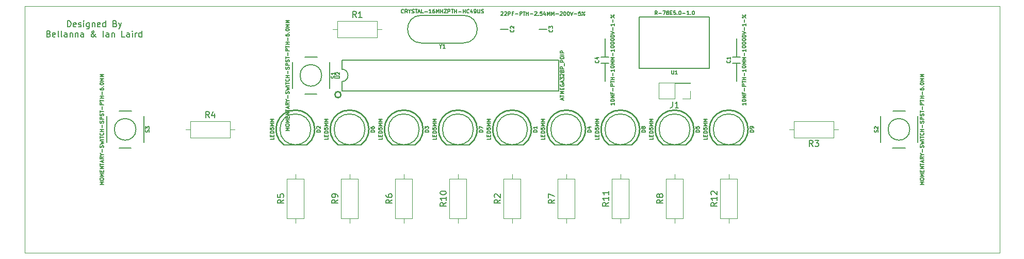
<source format=gbr>
%TF.GenerationSoftware,KiCad,Pcbnew,5.1.9-73d0e3b20d~88~ubuntu20.04.1*%
%TF.CreationDate,2021-02-23T00:09:44-07:00*%
%TF.ProjectId,tow,746f772e-6b69-4636-9164-5f7063625858,rev?*%
%TF.SameCoordinates,Original*%
%TF.FileFunction,Legend,Top*%
%TF.FilePolarity,Positive*%
%FSLAX46Y46*%
G04 Gerber Fmt 4.6, Leading zero omitted, Abs format (unit mm)*
G04 Created by KiCad (PCBNEW 5.1.9-73d0e3b20d~88~ubuntu20.04.1) date 2021-02-23 00:09:44*
%MOMM*%
%LPD*%
G01*
G04 APERTURE LIST*
%ADD10C,0.150000*%
%TA.AperFunction,Profile*%
%ADD11C,0.050000*%
%TD*%
%ADD12C,0.120000*%
%ADD13C,0.203200*%
%ADD14C,0.254000*%
%ADD15C,0.127000*%
%ADD16C,0.152400*%
G04 APERTURE END LIST*
D10*
X79439047Y-85987380D02*
X79439047Y-84987380D01*
X79677142Y-84987380D01*
X79820000Y-85035000D01*
X79915238Y-85130238D01*
X79962857Y-85225476D01*
X80010476Y-85415952D01*
X80010476Y-85558809D01*
X79962857Y-85749285D01*
X79915238Y-85844523D01*
X79820000Y-85939761D01*
X79677142Y-85987380D01*
X79439047Y-85987380D01*
X80820000Y-85939761D02*
X80724761Y-85987380D01*
X80534285Y-85987380D01*
X80439047Y-85939761D01*
X80391428Y-85844523D01*
X80391428Y-85463571D01*
X80439047Y-85368333D01*
X80534285Y-85320714D01*
X80724761Y-85320714D01*
X80820000Y-85368333D01*
X80867619Y-85463571D01*
X80867619Y-85558809D01*
X80391428Y-85654047D01*
X81248571Y-85939761D02*
X81343809Y-85987380D01*
X81534285Y-85987380D01*
X81629523Y-85939761D01*
X81677142Y-85844523D01*
X81677142Y-85796904D01*
X81629523Y-85701666D01*
X81534285Y-85654047D01*
X81391428Y-85654047D01*
X81296190Y-85606428D01*
X81248571Y-85511190D01*
X81248571Y-85463571D01*
X81296190Y-85368333D01*
X81391428Y-85320714D01*
X81534285Y-85320714D01*
X81629523Y-85368333D01*
X82105714Y-85987380D02*
X82105714Y-85320714D01*
X82105714Y-84987380D02*
X82058095Y-85035000D01*
X82105714Y-85082619D01*
X82153333Y-85035000D01*
X82105714Y-84987380D01*
X82105714Y-85082619D01*
X83010476Y-85320714D02*
X83010476Y-86130238D01*
X82962857Y-86225476D01*
X82915238Y-86273095D01*
X82820000Y-86320714D01*
X82677142Y-86320714D01*
X82581904Y-86273095D01*
X83010476Y-85939761D02*
X82915238Y-85987380D01*
X82724761Y-85987380D01*
X82629523Y-85939761D01*
X82581904Y-85892142D01*
X82534285Y-85796904D01*
X82534285Y-85511190D01*
X82581904Y-85415952D01*
X82629523Y-85368333D01*
X82724761Y-85320714D01*
X82915238Y-85320714D01*
X83010476Y-85368333D01*
X83486666Y-85320714D02*
X83486666Y-85987380D01*
X83486666Y-85415952D02*
X83534285Y-85368333D01*
X83629523Y-85320714D01*
X83772380Y-85320714D01*
X83867619Y-85368333D01*
X83915238Y-85463571D01*
X83915238Y-85987380D01*
X84772380Y-85939761D02*
X84677142Y-85987380D01*
X84486666Y-85987380D01*
X84391428Y-85939761D01*
X84343809Y-85844523D01*
X84343809Y-85463571D01*
X84391428Y-85368333D01*
X84486666Y-85320714D01*
X84677142Y-85320714D01*
X84772380Y-85368333D01*
X84820000Y-85463571D01*
X84820000Y-85558809D01*
X84343809Y-85654047D01*
X85677142Y-85987380D02*
X85677142Y-84987380D01*
X85677142Y-85939761D02*
X85581904Y-85987380D01*
X85391428Y-85987380D01*
X85296190Y-85939761D01*
X85248571Y-85892142D01*
X85200952Y-85796904D01*
X85200952Y-85511190D01*
X85248571Y-85415952D01*
X85296190Y-85368333D01*
X85391428Y-85320714D01*
X85581904Y-85320714D01*
X85677142Y-85368333D01*
X87248571Y-85463571D02*
X87391428Y-85511190D01*
X87439047Y-85558809D01*
X87486666Y-85654047D01*
X87486666Y-85796904D01*
X87439047Y-85892142D01*
X87391428Y-85939761D01*
X87296190Y-85987380D01*
X86915238Y-85987380D01*
X86915238Y-84987380D01*
X87248571Y-84987380D01*
X87343809Y-85035000D01*
X87391428Y-85082619D01*
X87439047Y-85177857D01*
X87439047Y-85273095D01*
X87391428Y-85368333D01*
X87343809Y-85415952D01*
X87248571Y-85463571D01*
X86915238Y-85463571D01*
X87820000Y-85320714D02*
X88058095Y-85987380D01*
X88296190Y-85320714D02*
X88058095Y-85987380D01*
X87962857Y-86225476D01*
X87915238Y-86273095D01*
X87820000Y-86320714D01*
X76367619Y-87113571D02*
X76510476Y-87161190D01*
X76558095Y-87208809D01*
X76605714Y-87304047D01*
X76605714Y-87446904D01*
X76558095Y-87542142D01*
X76510476Y-87589761D01*
X76415238Y-87637380D01*
X76034285Y-87637380D01*
X76034285Y-86637380D01*
X76367619Y-86637380D01*
X76462857Y-86685000D01*
X76510476Y-86732619D01*
X76558095Y-86827857D01*
X76558095Y-86923095D01*
X76510476Y-87018333D01*
X76462857Y-87065952D01*
X76367619Y-87113571D01*
X76034285Y-87113571D01*
X77415238Y-87589761D02*
X77320000Y-87637380D01*
X77129523Y-87637380D01*
X77034285Y-87589761D01*
X76986666Y-87494523D01*
X76986666Y-87113571D01*
X77034285Y-87018333D01*
X77129523Y-86970714D01*
X77320000Y-86970714D01*
X77415238Y-87018333D01*
X77462857Y-87113571D01*
X77462857Y-87208809D01*
X76986666Y-87304047D01*
X78034285Y-87637380D02*
X77939047Y-87589761D01*
X77891428Y-87494523D01*
X77891428Y-86637380D01*
X78558095Y-87637380D02*
X78462857Y-87589761D01*
X78415238Y-87494523D01*
X78415238Y-86637380D01*
X79367619Y-87637380D02*
X79367619Y-87113571D01*
X79320000Y-87018333D01*
X79224761Y-86970714D01*
X79034285Y-86970714D01*
X78939047Y-87018333D01*
X79367619Y-87589761D02*
X79272380Y-87637380D01*
X79034285Y-87637380D01*
X78939047Y-87589761D01*
X78891428Y-87494523D01*
X78891428Y-87399285D01*
X78939047Y-87304047D01*
X79034285Y-87256428D01*
X79272380Y-87256428D01*
X79367619Y-87208809D01*
X79843809Y-86970714D02*
X79843809Y-87637380D01*
X79843809Y-87065952D02*
X79891428Y-87018333D01*
X79986666Y-86970714D01*
X80129523Y-86970714D01*
X80224761Y-87018333D01*
X80272380Y-87113571D01*
X80272380Y-87637380D01*
X80748571Y-86970714D02*
X80748571Y-87637380D01*
X80748571Y-87065952D02*
X80796190Y-87018333D01*
X80891428Y-86970714D01*
X81034285Y-86970714D01*
X81129523Y-87018333D01*
X81177142Y-87113571D01*
X81177142Y-87637380D01*
X82081904Y-87637380D02*
X82081904Y-87113571D01*
X82034285Y-87018333D01*
X81939047Y-86970714D01*
X81748571Y-86970714D01*
X81653333Y-87018333D01*
X82081904Y-87589761D02*
X81986666Y-87637380D01*
X81748571Y-87637380D01*
X81653333Y-87589761D01*
X81605714Y-87494523D01*
X81605714Y-87399285D01*
X81653333Y-87304047D01*
X81748571Y-87256428D01*
X81986666Y-87256428D01*
X82081904Y-87208809D01*
X84129523Y-87637380D02*
X84081904Y-87637380D01*
X83986666Y-87589761D01*
X83843809Y-87446904D01*
X83605714Y-87161190D01*
X83510476Y-87018333D01*
X83462857Y-86875476D01*
X83462857Y-86780238D01*
X83510476Y-86685000D01*
X83605714Y-86637380D01*
X83653333Y-86637380D01*
X83748571Y-86685000D01*
X83796190Y-86780238D01*
X83796190Y-86827857D01*
X83748571Y-86923095D01*
X83700952Y-86970714D01*
X83415238Y-87161190D01*
X83367619Y-87208809D01*
X83320000Y-87304047D01*
X83320000Y-87446904D01*
X83367619Y-87542142D01*
X83415238Y-87589761D01*
X83510476Y-87637380D01*
X83653333Y-87637380D01*
X83748571Y-87589761D01*
X83796190Y-87542142D01*
X83939047Y-87351666D01*
X83986666Y-87208809D01*
X83986666Y-87113571D01*
X85320000Y-87637380D02*
X85320000Y-86637380D01*
X86224761Y-87637380D02*
X86224761Y-87113571D01*
X86177142Y-87018333D01*
X86081904Y-86970714D01*
X85891428Y-86970714D01*
X85796190Y-87018333D01*
X86224761Y-87589761D02*
X86129523Y-87637380D01*
X85891428Y-87637380D01*
X85796190Y-87589761D01*
X85748571Y-87494523D01*
X85748571Y-87399285D01*
X85796190Y-87304047D01*
X85891428Y-87256428D01*
X86129523Y-87256428D01*
X86224761Y-87208809D01*
X86700952Y-86970714D02*
X86700952Y-87637380D01*
X86700952Y-87065952D02*
X86748571Y-87018333D01*
X86843809Y-86970714D01*
X86986666Y-86970714D01*
X87081904Y-87018333D01*
X87129523Y-87113571D01*
X87129523Y-87637380D01*
X88843809Y-87637380D02*
X88367619Y-87637380D01*
X88367619Y-86637380D01*
X89605714Y-87637380D02*
X89605714Y-87113571D01*
X89558095Y-87018333D01*
X89462857Y-86970714D01*
X89272380Y-86970714D01*
X89177142Y-87018333D01*
X89605714Y-87589761D02*
X89510476Y-87637380D01*
X89272380Y-87637380D01*
X89177142Y-87589761D01*
X89129523Y-87494523D01*
X89129523Y-87399285D01*
X89177142Y-87304047D01*
X89272380Y-87256428D01*
X89510476Y-87256428D01*
X89605714Y-87208809D01*
X90081904Y-87637380D02*
X90081904Y-86970714D01*
X90081904Y-86637380D02*
X90034285Y-86685000D01*
X90081904Y-86732619D01*
X90129523Y-86685000D01*
X90081904Y-86637380D01*
X90081904Y-86732619D01*
X90558095Y-87637380D02*
X90558095Y-86970714D01*
X90558095Y-87161190D02*
X90605714Y-87065952D01*
X90653333Y-87018333D01*
X90748571Y-86970714D01*
X90843809Y-86970714D01*
X91605714Y-87637380D02*
X91605714Y-86637380D01*
X91605714Y-87589761D02*
X91510476Y-87637380D01*
X91320000Y-87637380D01*
X91224761Y-87589761D01*
X91177142Y-87542142D01*
X91129523Y-87446904D01*
X91129523Y-87161190D01*
X91177142Y-87065952D01*
X91224761Y-87018333D01*
X91320000Y-86970714D01*
X91510476Y-86970714D01*
X91605714Y-87018333D01*
D11*
X72390000Y-82550000D02*
X232410000Y-82550000D01*
X72390000Y-123190000D02*
X72390000Y-82550000D01*
X232410000Y-123190000D02*
X72390000Y-123190000D01*
X232410000Y-82550000D02*
X232410000Y-123190000D01*
D12*
%TO.C,J1*%
X181670000Y-97850000D02*
X180340000Y-97850000D01*
X181670000Y-96520000D02*
X181670000Y-97850000D01*
X179070000Y-97850000D02*
X176470000Y-97850000D01*
X179070000Y-95250000D02*
X179070000Y-97850000D01*
X181670000Y-95250000D02*
X179070000Y-95250000D01*
X176470000Y-97850000D02*
X176470000Y-95190000D01*
X181670000Y-95250000D02*
X181670000Y-95190000D01*
X181670000Y-95190000D02*
X176470000Y-95190000D01*
D13*
%TO.C,Y1*%
X144399000Y-84074000D02*
X137541000Y-84074000D01*
X137541000Y-88646000D02*
X144399000Y-88646000D01*
X144399000Y-88646000D02*
G75*
G03*
X144399000Y-84074000I0J2286000D01*
G01*
X137541000Y-84074000D02*
G75*
G03*
X137541000Y-88646000I0J-2286000D01*
G01*
%TO.C,U2*%
X160020000Y-91440000D02*
X124460000Y-91440000D01*
X124460000Y-96520000D02*
X160020000Y-96520000D01*
X160020000Y-91440000D02*
X160020000Y-96520000D01*
X124460000Y-91440000D02*
X124460000Y-92964000D01*
X124460000Y-96520000D02*
X124460000Y-94996000D01*
D14*
X124333000Y-97155000D02*
G75*
G03*
X124333000Y-97155000I-508000J0D01*
G01*
D13*
X124460000Y-94996000D02*
G75*
G03*
X124460000Y-92964000I0J1016000D01*
G01*
D15*
%TO.C,U1*%
X173222920Y-92857320D02*
X184818020Y-92857320D01*
X184818020Y-92857320D02*
X184818020Y-84361020D01*
X184818020Y-84361020D02*
X173222920Y-84361020D01*
X173222920Y-84361020D02*
X173222920Y-92857320D01*
D13*
%TO.C,S3*%
X91948000Y-105029000D02*
X91948000Y-100711000D01*
X85852000Y-100711000D02*
X85852000Y-105029000D01*
X89895680Y-105918000D02*
X87884000Y-105918000D01*
X89926160Y-99822000D02*
X87884000Y-99822000D01*
X90678000Y-102870000D02*
G75*
G03*
X90678000Y-102870000I-1778000J0D01*
G01*
%TO.C,S2*%
X212852000Y-100711000D02*
X212852000Y-105029000D01*
X218948000Y-105029000D02*
X218948000Y-100711000D01*
X214904320Y-99822000D02*
X216916000Y-99822000D01*
X214873840Y-105918000D02*
X216916000Y-105918000D01*
X217678000Y-102870000D02*
G75*
G03*
X217678000Y-102870000I-1778000J0D01*
G01*
%TO.C,S1*%
X122428000Y-96139000D02*
X122428000Y-91821000D01*
X116332000Y-91821000D02*
X116332000Y-96139000D01*
X120375680Y-97028000D02*
X118364000Y-97028000D01*
X120406160Y-90932000D02*
X118364000Y-90932000D01*
X121158000Y-93980000D02*
G75*
G03*
X121158000Y-93980000I-1778000J0D01*
G01*
D12*
%TO.C,R12*%
X186590000Y-117570000D02*
X189330000Y-117570000D01*
X189330000Y-117570000D02*
X189330000Y-111030000D01*
X189330000Y-111030000D02*
X186590000Y-111030000D01*
X186590000Y-111030000D02*
X186590000Y-117570000D01*
X187960000Y-118340000D02*
X187960000Y-117570000D01*
X187960000Y-110260000D02*
X187960000Y-111030000D01*
%TO.C,R11*%
X168810000Y-117570000D02*
X171550000Y-117570000D01*
X171550000Y-117570000D02*
X171550000Y-111030000D01*
X171550000Y-111030000D02*
X168810000Y-111030000D01*
X168810000Y-111030000D02*
X168810000Y-117570000D01*
X170180000Y-118340000D02*
X170180000Y-117570000D01*
X170180000Y-110260000D02*
X170180000Y-111030000D01*
%TO.C,R10*%
X142140000Y-117570000D02*
X144880000Y-117570000D01*
X144880000Y-117570000D02*
X144880000Y-111030000D01*
X144880000Y-111030000D02*
X142140000Y-111030000D01*
X142140000Y-111030000D02*
X142140000Y-117570000D01*
X143510000Y-118340000D02*
X143510000Y-117570000D01*
X143510000Y-110260000D02*
X143510000Y-111030000D01*
%TO.C,R9*%
X124360000Y-117570000D02*
X127100000Y-117570000D01*
X127100000Y-117570000D02*
X127100000Y-111030000D01*
X127100000Y-111030000D02*
X124360000Y-111030000D01*
X124360000Y-111030000D02*
X124360000Y-117570000D01*
X125730000Y-118340000D02*
X125730000Y-117570000D01*
X125730000Y-110260000D02*
X125730000Y-111030000D01*
%TO.C,R8*%
X177700000Y-117570000D02*
X180440000Y-117570000D01*
X180440000Y-117570000D02*
X180440000Y-111030000D01*
X180440000Y-111030000D02*
X177700000Y-111030000D01*
X177700000Y-111030000D02*
X177700000Y-117570000D01*
X179070000Y-118340000D02*
X179070000Y-117570000D01*
X179070000Y-110260000D02*
X179070000Y-111030000D01*
%TO.C,R7*%
X159920000Y-117570000D02*
X162660000Y-117570000D01*
X162660000Y-117570000D02*
X162660000Y-111030000D01*
X162660000Y-111030000D02*
X159920000Y-111030000D01*
X159920000Y-111030000D02*
X159920000Y-117570000D01*
X161290000Y-118340000D02*
X161290000Y-117570000D01*
X161290000Y-110260000D02*
X161290000Y-111030000D01*
%TO.C,R6*%
X133250000Y-117570000D02*
X135990000Y-117570000D01*
X135990000Y-117570000D02*
X135990000Y-111030000D01*
X135990000Y-111030000D02*
X133250000Y-111030000D01*
X133250000Y-111030000D02*
X133250000Y-117570000D01*
X134620000Y-118340000D02*
X134620000Y-117570000D01*
X134620000Y-110260000D02*
X134620000Y-111030000D01*
%TO.C,R5*%
X115470000Y-117570000D02*
X118210000Y-117570000D01*
X118210000Y-117570000D02*
X118210000Y-111030000D01*
X118210000Y-111030000D02*
X115470000Y-111030000D01*
X115470000Y-111030000D02*
X115470000Y-117570000D01*
X116840000Y-118340000D02*
X116840000Y-117570000D01*
X116840000Y-110260000D02*
X116840000Y-111030000D01*
%TO.C,R4*%
X99600000Y-101500000D02*
X99600000Y-104240000D01*
X99600000Y-104240000D02*
X106140000Y-104240000D01*
X106140000Y-104240000D02*
X106140000Y-101500000D01*
X106140000Y-101500000D02*
X99600000Y-101500000D01*
X98830000Y-102870000D02*
X99600000Y-102870000D01*
X106910000Y-102870000D02*
X106140000Y-102870000D01*
%TO.C,R3*%
X205200000Y-104240000D02*
X205200000Y-101500000D01*
X205200000Y-101500000D02*
X198660000Y-101500000D01*
X198660000Y-101500000D02*
X198660000Y-104240000D01*
X198660000Y-104240000D02*
X205200000Y-104240000D01*
X205970000Y-102870000D02*
X205200000Y-102870000D01*
X197890000Y-102870000D02*
X198660000Y-102870000D01*
%TO.C,R2*%
X151030000Y-117570000D02*
X153770000Y-117570000D01*
X153770000Y-117570000D02*
X153770000Y-111030000D01*
X153770000Y-111030000D02*
X151030000Y-111030000D01*
X151030000Y-111030000D02*
X151030000Y-117570000D01*
X152400000Y-118340000D02*
X152400000Y-117570000D01*
X152400000Y-110260000D02*
X152400000Y-111030000D01*
%TO.C,R1*%
X123730000Y-84990000D02*
X123730000Y-87730000D01*
X123730000Y-87730000D02*
X130270000Y-87730000D01*
X130270000Y-87730000D02*
X130270000Y-84990000D01*
X130270000Y-84990000D02*
X123730000Y-84990000D01*
X122960000Y-86360000D02*
X123730000Y-86360000D01*
X131040000Y-86360000D02*
X130270000Y-86360000D01*
D13*
%TO.C,D9*%
X186055000Y-105410000D02*
X189865000Y-105410000D01*
X186055000Y-105410000D02*
X189865000Y-105410000D01*
D16*
X190500000Y-102870000D02*
G75*
G03*
X190500000Y-102870000I-2540000J0D01*
G01*
D14*
X189867668Y-105407997D02*
G75*
G03*
X186055000Y-105410000I-1907668J2537997D01*
G01*
D13*
%TO.C,D8*%
X168275000Y-105410000D02*
X172085000Y-105410000D01*
X168275000Y-105410000D02*
X172085000Y-105410000D01*
D16*
X172720000Y-102870000D02*
G75*
G03*
X172720000Y-102870000I-2540000J0D01*
G01*
D14*
X172087668Y-105407997D02*
G75*
G03*
X168275000Y-105410000I-1907668J2537997D01*
G01*
D13*
%TO.C,D7*%
X141605000Y-105410000D02*
X145415000Y-105410000D01*
X141605000Y-105410000D02*
X145415000Y-105410000D01*
D16*
X146050000Y-102870000D02*
G75*
G03*
X146050000Y-102870000I-2540000J0D01*
G01*
D14*
X145417668Y-105407997D02*
G75*
G03*
X141605000Y-105410000I-1907668J2537997D01*
G01*
D13*
%TO.C,D6*%
X123825000Y-105410000D02*
X127635000Y-105410000D01*
X123825000Y-105410000D02*
X127635000Y-105410000D01*
D16*
X128270000Y-102870000D02*
G75*
G03*
X128270000Y-102870000I-2540000J0D01*
G01*
D14*
X127637668Y-105407997D02*
G75*
G03*
X123825000Y-105410000I-1907668J2537997D01*
G01*
D13*
%TO.C,D5*%
X177165000Y-105410000D02*
X180975000Y-105410000D01*
X177165000Y-105410000D02*
X180975000Y-105410000D01*
D16*
X181610000Y-102870000D02*
G75*
G03*
X181610000Y-102870000I-2540000J0D01*
G01*
D14*
X180977668Y-105407997D02*
G75*
G03*
X177165000Y-105410000I-1907668J2537997D01*
G01*
D13*
%TO.C,D4*%
X159385000Y-105410000D02*
X163195000Y-105410000D01*
X159385000Y-105410000D02*
X163195000Y-105410000D01*
D16*
X163830000Y-102870000D02*
G75*
G03*
X163830000Y-102870000I-2540000J0D01*
G01*
D14*
X163197668Y-105407997D02*
G75*
G03*
X159385000Y-105410000I-1907668J2537997D01*
G01*
D13*
%TO.C,D3*%
X132715000Y-105410000D02*
X136525000Y-105410000D01*
X132715000Y-105410000D02*
X136525000Y-105410000D01*
D16*
X137160000Y-102870000D02*
G75*
G03*
X137160000Y-102870000I-2540000J0D01*
G01*
D14*
X136527668Y-105407997D02*
G75*
G03*
X132715000Y-105410000I-1907668J2537997D01*
G01*
D13*
%TO.C,D2*%
X114935000Y-105410000D02*
X118745000Y-105410000D01*
X114935000Y-105410000D02*
X118745000Y-105410000D01*
D16*
X119380000Y-102870000D02*
G75*
G03*
X119380000Y-102870000I-2540000J0D01*
G01*
D14*
X118747668Y-105407997D02*
G75*
G03*
X114935000Y-105410000I-1907668J2537997D01*
G01*
D13*
%TO.C,D1*%
X150495000Y-105410000D02*
X154305000Y-105410000D01*
X150495000Y-105410000D02*
X154305000Y-105410000D01*
D16*
X154940000Y-102870000D02*
G75*
G03*
X154940000Y-102870000I-2540000J0D01*
G01*
D14*
X154307668Y-105407997D02*
G75*
G03*
X150495000Y-105410000I-1907668J2537997D01*
G01*
D13*
%TO.C,C4*%
X167005000Y-91937840D02*
X167640000Y-91937840D01*
X167640000Y-91937840D02*
X168275000Y-91937840D01*
X167005000Y-90942160D02*
X167640000Y-90942160D01*
X167640000Y-90942160D02*
X168275000Y-90942160D01*
X167640000Y-91937840D02*
X167640000Y-94937580D01*
X167640000Y-90942160D02*
X167640000Y-87942420D01*
%TO.C,C3*%
X158115000Y-86360000D02*
X156845000Y-86360000D01*
%TO.C,C2*%
X151765000Y-86360000D02*
X150495000Y-86360000D01*
%TO.C,C1*%
X188595000Y-91937840D02*
X189230000Y-91937840D01*
X189230000Y-91937840D02*
X189865000Y-91937840D01*
X188595000Y-90942160D02*
X189230000Y-90942160D01*
X189230000Y-90942160D02*
X189865000Y-90942160D01*
X189230000Y-91937840D02*
X189230000Y-94937580D01*
X189230000Y-90942160D02*
X189230000Y-87942420D01*
%TD*%
%TO.C,J1*%
D10*
X178736666Y-98302380D02*
X178736666Y-99016666D01*
X178689047Y-99159523D01*
X178593809Y-99254761D01*
X178450952Y-99302380D01*
X178355714Y-99302380D01*
X179736666Y-99302380D02*
X179165238Y-99302380D01*
X179450952Y-99302380D02*
X179450952Y-98302380D01*
X179355714Y-98445238D01*
X179260476Y-98540476D01*
X179165238Y-98588095D01*
%TO.C,Y1*%
D15*
X140679714Y-89190285D02*
X140679714Y-89480571D01*
X140476514Y-88870971D02*
X140679714Y-89190285D01*
X140882914Y-88870971D01*
X141405428Y-89480571D02*
X141057085Y-89480571D01*
X141231257Y-89480571D02*
X141231257Y-88870971D01*
X141173200Y-88958057D01*
X141115142Y-89016114D01*
X141057085Y-89045142D01*
X134598228Y-83656714D02*
X134569200Y-83685742D01*
X134482114Y-83714771D01*
X134424057Y-83714771D01*
X134336971Y-83685742D01*
X134278914Y-83627685D01*
X134249885Y-83569628D01*
X134220857Y-83453514D01*
X134220857Y-83366428D01*
X134249885Y-83250314D01*
X134278914Y-83192257D01*
X134336971Y-83134200D01*
X134424057Y-83105171D01*
X134482114Y-83105171D01*
X134569200Y-83134200D01*
X134598228Y-83163228D01*
X135207828Y-83714771D02*
X135004628Y-83424485D01*
X134859485Y-83714771D02*
X134859485Y-83105171D01*
X135091714Y-83105171D01*
X135149771Y-83134200D01*
X135178800Y-83163228D01*
X135207828Y-83221285D01*
X135207828Y-83308371D01*
X135178800Y-83366428D01*
X135149771Y-83395457D01*
X135091714Y-83424485D01*
X134859485Y-83424485D01*
X135585200Y-83424485D02*
X135585200Y-83714771D01*
X135382000Y-83105171D02*
X135585200Y-83424485D01*
X135788400Y-83105171D01*
X135962571Y-83685742D02*
X136049657Y-83714771D01*
X136194800Y-83714771D01*
X136252857Y-83685742D01*
X136281885Y-83656714D01*
X136310914Y-83598657D01*
X136310914Y-83540600D01*
X136281885Y-83482542D01*
X136252857Y-83453514D01*
X136194800Y-83424485D01*
X136078685Y-83395457D01*
X136020628Y-83366428D01*
X135991600Y-83337400D01*
X135962571Y-83279342D01*
X135962571Y-83221285D01*
X135991600Y-83163228D01*
X136020628Y-83134200D01*
X136078685Y-83105171D01*
X136223828Y-83105171D01*
X136310914Y-83134200D01*
X136485085Y-83105171D02*
X136833428Y-83105171D01*
X136659257Y-83714771D02*
X136659257Y-83105171D01*
X137007600Y-83540600D02*
X137297885Y-83540600D01*
X136949542Y-83714771D02*
X137152742Y-83105171D01*
X137355942Y-83714771D01*
X137849428Y-83714771D02*
X137559142Y-83714771D01*
X137559142Y-83105171D01*
X138052628Y-83482542D02*
X138517085Y-83482542D01*
X139126685Y-83714771D02*
X138778342Y-83714771D01*
X138952514Y-83714771D02*
X138952514Y-83105171D01*
X138894457Y-83192257D01*
X138836400Y-83250314D01*
X138778342Y-83279342D01*
X139649200Y-83105171D02*
X139533085Y-83105171D01*
X139475028Y-83134200D01*
X139446000Y-83163228D01*
X139387942Y-83250314D01*
X139358914Y-83366428D01*
X139358914Y-83598657D01*
X139387942Y-83656714D01*
X139416971Y-83685742D01*
X139475028Y-83714771D01*
X139591142Y-83714771D01*
X139649200Y-83685742D01*
X139678228Y-83656714D01*
X139707257Y-83598657D01*
X139707257Y-83453514D01*
X139678228Y-83395457D01*
X139649200Y-83366428D01*
X139591142Y-83337400D01*
X139475028Y-83337400D01*
X139416971Y-83366428D01*
X139387942Y-83395457D01*
X139358914Y-83453514D01*
X139968514Y-83714771D02*
X139968514Y-83105171D01*
X140171714Y-83540600D01*
X140374914Y-83105171D01*
X140374914Y-83714771D01*
X140665200Y-83714771D02*
X140665200Y-83105171D01*
X140665200Y-83395457D02*
X141013542Y-83395457D01*
X141013542Y-83714771D02*
X141013542Y-83105171D01*
X141245771Y-83105171D02*
X141652171Y-83105171D01*
X141245771Y-83714771D01*
X141652171Y-83714771D01*
X141884400Y-83714771D02*
X141884400Y-83105171D01*
X142116628Y-83105171D01*
X142174685Y-83134200D01*
X142203714Y-83163228D01*
X142232742Y-83221285D01*
X142232742Y-83308371D01*
X142203714Y-83366428D01*
X142174685Y-83395457D01*
X142116628Y-83424485D01*
X141884400Y-83424485D01*
X142406914Y-83105171D02*
X142755257Y-83105171D01*
X142581085Y-83714771D02*
X142581085Y-83105171D01*
X142958457Y-83714771D02*
X142958457Y-83105171D01*
X142958457Y-83395457D02*
X143306800Y-83395457D01*
X143306800Y-83714771D02*
X143306800Y-83105171D01*
X143597085Y-83482542D02*
X144061542Y-83482542D01*
X144351828Y-83714771D02*
X144351828Y-83105171D01*
X144351828Y-83395457D02*
X144700171Y-83395457D01*
X144700171Y-83714771D02*
X144700171Y-83105171D01*
X145338800Y-83656714D02*
X145309771Y-83685742D01*
X145222685Y-83714771D01*
X145164628Y-83714771D01*
X145077542Y-83685742D01*
X145019485Y-83627685D01*
X144990457Y-83569628D01*
X144961428Y-83453514D01*
X144961428Y-83366428D01*
X144990457Y-83250314D01*
X145019485Y-83192257D01*
X145077542Y-83134200D01*
X145164628Y-83105171D01*
X145222685Y-83105171D01*
X145309771Y-83134200D01*
X145338800Y-83163228D01*
X145861314Y-83308371D02*
X145861314Y-83714771D01*
X145716171Y-83076142D02*
X145571028Y-83511571D01*
X145948400Y-83511571D01*
X146209657Y-83714771D02*
X146325771Y-83714771D01*
X146383828Y-83685742D01*
X146412857Y-83656714D01*
X146470914Y-83569628D01*
X146499942Y-83453514D01*
X146499942Y-83221285D01*
X146470914Y-83163228D01*
X146441885Y-83134200D01*
X146383828Y-83105171D01*
X146267714Y-83105171D01*
X146209657Y-83134200D01*
X146180628Y-83163228D01*
X146151600Y-83221285D01*
X146151600Y-83366428D01*
X146180628Y-83424485D01*
X146209657Y-83453514D01*
X146267714Y-83482542D01*
X146383828Y-83482542D01*
X146441885Y-83453514D01*
X146470914Y-83424485D01*
X146499942Y-83366428D01*
X146761200Y-83105171D02*
X146761200Y-83598657D01*
X146790228Y-83656714D01*
X146819257Y-83685742D01*
X146877314Y-83714771D01*
X146993428Y-83714771D01*
X147051485Y-83685742D01*
X147080514Y-83656714D01*
X147109542Y-83598657D01*
X147109542Y-83105171D01*
X147370800Y-83685742D02*
X147457885Y-83714771D01*
X147603028Y-83714771D01*
X147661085Y-83685742D01*
X147690114Y-83656714D01*
X147719142Y-83598657D01*
X147719142Y-83540600D01*
X147690114Y-83482542D01*
X147661085Y-83453514D01*
X147603028Y-83424485D01*
X147486914Y-83395457D01*
X147428857Y-83366428D01*
X147399828Y-83337400D01*
X147370800Y-83279342D01*
X147370800Y-83221285D01*
X147399828Y-83163228D01*
X147428857Y-83134200D01*
X147486914Y-83105171D01*
X147632057Y-83105171D01*
X147719142Y-83134200D01*
%TO.C,U2*%
X123491171Y-94444457D02*
X123984657Y-94444457D01*
X124042714Y-94415428D01*
X124071742Y-94386400D01*
X124100771Y-94328342D01*
X124100771Y-94212228D01*
X124071742Y-94154171D01*
X124042714Y-94125142D01*
X123984657Y-94096114D01*
X123491171Y-94096114D01*
X123549228Y-93834857D02*
X123520200Y-93805828D01*
X123491171Y-93747771D01*
X123491171Y-93602628D01*
X123520200Y-93544571D01*
X123549228Y-93515542D01*
X123607285Y-93486514D01*
X123665342Y-93486514D01*
X123752428Y-93515542D01*
X124100771Y-93863885D01*
X124100771Y-93486514D01*
X160756600Y-98014971D02*
X160756600Y-97724685D01*
X160930771Y-98073028D02*
X160321171Y-97869828D01*
X160930771Y-97666628D01*
X160321171Y-97550514D02*
X160321171Y-97202171D01*
X160930771Y-97376342D02*
X160321171Y-97376342D01*
X160930771Y-96998971D02*
X160321171Y-96998971D01*
X160756600Y-96795771D01*
X160321171Y-96592571D01*
X160930771Y-96592571D01*
X160611457Y-96302285D02*
X160611457Y-96099085D01*
X160930771Y-96012000D02*
X160930771Y-96302285D01*
X160321171Y-96302285D01*
X160321171Y-96012000D01*
X160350200Y-95431428D02*
X160321171Y-95489485D01*
X160321171Y-95576571D01*
X160350200Y-95663657D01*
X160408257Y-95721714D01*
X160466314Y-95750742D01*
X160582428Y-95779771D01*
X160669514Y-95779771D01*
X160785628Y-95750742D01*
X160843685Y-95721714D01*
X160901742Y-95663657D01*
X160930771Y-95576571D01*
X160930771Y-95518514D01*
X160901742Y-95431428D01*
X160872714Y-95402400D01*
X160669514Y-95402400D01*
X160669514Y-95518514D01*
X160756600Y-95170171D02*
X160756600Y-94879885D01*
X160930771Y-95228228D02*
X160321171Y-95025028D01*
X160930771Y-94821828D01*
X160321171Y-94676685D02*
X160321171Y-94299314D01*
X160553400Y-94502514D01*
X160553400Y-94415428D01*
X160582428Y-94357371D01*
X160611457Y-94328342D01*
X160669514Y-94299314D01*
X160814657Y-94299314D01*
X160872714Y-94328342D01*
X160901742Y-94357371D01*
X160930771Y-94415428D01*
X160930771Y-94589600D01*
X160901742Y-94647657D01*
X160872714Y-94676685D01*
X160379228Y-94067085D02*
X160350200Y-94038057D01*
X160321171Y-93980000D01*
X160321171Y-93834857D01*
X160350200Y-93776800D01*
X160379228Y-93747771D01*
X160437285Y-93718742D01*
X160495342Y-93718742D01*
X160582428Y-93747771D01*
X160930771Y-94096114D01*
X160930771Y-93718742D01*
X160582428Y-93370400D02*
X160553400Y-93428457D01*
X160524371Y-93457485D01*
X160466314Y-93486514D01*
X160437285Y-93486514D01*
X160379228Y-93457485D01*
X160350200Y-93428457D01*
X160321171Y-93370400D01*
X160321171Y-93254285D01*
X160350200Y-93196228D01*
X160379228Y-93167200D01*
X160437285Y-93138171D01*
X160466314Y-93138171D01*
X160524371Y-93167200D01*
X160553400Y-93196228D01*
X160582428Y-93254285D01*
X160582428Y-93370400D01*
X160611457Y-93428457D01*
X160640485Y-93457485D01*
X160698542Y-93486514D01*
X160814657Y-93486514D01*
X160872714Y-93457485D01*
X160901742Y-93428457D01*
X160930771Y-93370400D01*
X160930771Y-93254285D01*
X160901742Y-93196228D01*
X160872714Y-93167200D01*
X160814657Y-93138171D01*
X160698542Y-93138171D01*
X160640485Y-93167200D01*
X160611457Y-93196228D01*
X160582428Y-93254285D01*
X160930771Y-92876914D02*
X160321171Y-92876914D01*
X160321171Y-92644685D01*
X160350200Y-92586628D01*
X160379228Y-92557600D01*
X160437285Y-92528571D01*
X160524371Y-92528571D01*
X160582428Y-92557600D01*
X160611457Y-92586628D01*
X160640485Y-92644685D01*
X160640485Y-92876914D01*
X160988828Y-92412457D02*
X160988828Y-91948000D01*
X160930771Y-91802857D02*
X160321171Y-91802857D01*
X160321171Y-91570628D01*
X160350200Y-91512571D01*
X160379228Y-91483542D01*
X160437285Y-91454514D01*
X160524371Y-91454514D01*
X160582428Y-91483542D01*
X160611457Y-91512571D01*
X160640485Y-91570628D01*
X160640485Y-91802857D01*
X160930771Y-91193257D02*
X160321171Y-91193257D01*
X160321171Y-91048114D01*
X160350200Y-90961028D01*
X160408257Y-90902971D01*
X160466314Y-90873942D01*
X160582428Y-90844914D01*
X160669514Y-90844914D01*
X160785628Y-90873942D01*
X160843685Y-90902971D01*
X160901742Y-90961028D01*
X160930771Y-91048114D01*
X160930771Y-91193257D01*
X160930771Y-90583657D02*
X160321171Y-90583657D01*
X160930771Y-90293371D02*
X160321171Y-90293371D01*
X160321171Y-90061142D01*
X160350200Y-90003085D01*
X160379228Y-89974057D01*
X160437285Y-89945028D01*
X160524371Y-89945028D01*
X160582428Y-89974057D01*
X160611457Y-90003085D01*
X160640485Y-90061142D01*
X160640485Y-90293371D01*
%TO.C,U1*%
X178605542Y-93138171D02*
X178605542Y-93631657D01*
X178634571Y-93689714D01*
X178663600Y-93718742D01*
X178721657Y-93747771D01*
X178837771Y-93747771D01*
X178895828Y-93718742D01*
X178924857Y-93689714D01*
X178953885Y-93631657D01*
X178953885Y-93138171D01*
X179563485Y-93747771D02*
X179215142Y-93747771D01*
X179389314Y-93747771D02*
X179389314Y-93138171D01*
X179331257Y-93225257D01*
X179273200Y-93283314D01*
X179215142Y-93312342D01*
X176196171Y-83968771D02*
X175992971Y-83678485D01*
X175847828Y-83968771D02*
X175847828Y-83359171D01*
X176080057Y-83359171D01*
X176138114Y-83388200D01*
X176167142Y-83417228D01*
X176196171Y-83475285D01*
X176196171Y-83562371D01*
X176167142Y-83620428D01*
X176138114Y-83649457D01*
X176080057Y-83678485D01*
X175847828Y-83678485D01*
X176457428Y-83736542D02*
X176921885Y-83736542D01*
X177154114Y-83359171D02*
X177560514Y-83359171D01*
X177299257Y-83968771D01*
X177879828Y-83620428D02*
X177821771Y-83591400D01*
X177792742Y-83562371D01*
X177763714Y-83504314D01*
X177763714Y-83475285D01*
X177792742Y-83417228D01*
X177821771Y-83388200D01*
X177879828Y-83359171D01*
X177995942Y-83359171D01*
X178054000Y-83388200D01*
X178083028Y-83417228D01*
X178112057Y-83475285D01*
X178112057Y-83504314D01*
X178083028Y-83562371D01*
X178054000Y-83591400D01*
X177995942Y-83620428D01*
X177879828Y-83620428D01*
X177821771Y-83649457D01*
X177792742Y-83678485D01*
X177763714Y-83736542D01*
X177763714Y-83852657D01*
X177792742Y-83910714D01*
X177821771Y-83939742D01*
X177879828Y-83968771D01*
X177995942Y-83968771D01*
X178054000Y-83939742D01*
X178083028Y-83910714D01*
X178112057Y-83852657D01*
X178112057Y-83736542D01*
X178083028Y-83678485D01*
X178054000Y-83649457D01*
X177995942Y-83620428D01*
X178373314Y-83649457D02*
X178576514Y-83649457D01*
X178663600Y-83968771D02*
X178373314Y-83968771D01*
X178373314Y-83359171D01*
X178663600Y-83359171D01*
X179215142Y-83359171D02*
X178924857Y-83359171D01*
X178895828Y-83649457D01*
X178924857Y-83620428D01*
X178982914Y-83591400D01*
X179128057Y-83591400D01*
X179186114Y-83620428D01*
X179215142Y-83649457D01*
X179244171Y-83707514D01*
X179244171Y-83852657D01*
X179215142Y-83910714D01*
X179186114Y-83939742D01*
X179128057Y-83968771D01*
X178982914Y-83968771D01*
X178924857Y-83939742D01*
X178895828Y-83910714D01*
X179505428Y-83910714D02*
X179534457Y-83939742D01*
X179505428Y-83968771D01*
X179476400Y-83939742D01*
X179505428Y-83910714D01*
X179505428Y-83968771D01*
X179911828Y-83359171D02*
X179969885Y-83359171D01*
X180027942Y-83388200D01*
X180056971Y-83417228D01*
X180086000Y-83475285D01*
X180115028Y-83591400D01*
X180115028Y-83736542D01*
X180086000Y-83852657D01*
X180056971Y-83910714D01*
X180027942Y-83939742D01*
X179969885Y-83968771D01*
X179911828Y-83968771D01*
X179853771Y-83939742D01*
X179824742Y-83910714D01*
X179795714Y-83852657D01*
X179766685Y-83736542D01*
X179766685Y-83591400D01*
X179795714Y-83475285D01*
X179824742Y-83417228D01*
X179853771Y-83388200D01*
X179911828Y-83359171D01*
X180376285Y-83736542D02*
X180840742Y-83736542D01*
X181450342Y-83968771D02*
X181102000Y-83968771D01*
X181276171Y-83968771D02*
X181276171Y-83359171D01*
X181218114Y-83446257D01*
X181160057Y-83504314D01*
X181102000Y-83533342D01*
X181711600Y-83910714D02*
X181740628Y-83939742D01*
X181711600Y-83968771D01*
X181682571Y-83939742D01*
X181711600Y-83910714D01*
X181711600Y-83968771D01*
X182118000Y-83359171D02*
X182176057Y-83359171D01*
X182234114Y-83388200D01*
X182263142Y-83417228D01*
X182292171Y-83475285D01*
X182321200Y-83591400D01*
X182321200Y-83736542D01*
X182292171Y-83852657D01*
X182263142Y-83910714D01*
X182234114Y-83939742D01*
X182176057Y-83968771D01*
X182118000Y-83968771D01*
X182059942Y-83939742D01*
X182030914Y-83910714D01*
X182001885Y-83852657D01*
X181972857Y-83736542D01*
X181972857Y-83591400D01*
X182001885Y-83475285D01*
X182030914Y-83417228D01*
X182059942Y-83388200D01*
X182118000Y-83359171D01*
%TO.C,S3*%
X92829742Y-103334457D02*
X92858771Y-103247371D01*
X92858771Y-103102228D01*
X92829742Y-103044171D01*
X92800714Y-103015142D01*
X92742657Y-102986114D01*
X92684600Y-102986114D01*
X92626542Y-103015142D01*
X92597514Y-103044171D01*
X92568485Y-103102228D01*
X92539457Y-103218342D01*
X92510428Y-103276400D01*
X92481400Y-103305428D01*
X92423342Y-103334457D01*
X92365285Y-103334457D01*
X92307228Y-103305428D01*
X92278200Y-103276400D01*
X92249171Y-103218342D01*
X92249171Y-103073200D01*
X92278200Y-102986114D01*
X92249171Y-102782914D02*
X92249171Y-102405542D01*
X92481400Y-102608742D01*
X92481400Y-102521657D01*
X92510428Y-102463600D01*
X92539457Y-102434571D01*
X92597514Y-102405542D01*
X92742657Y-102405542D01*
X92800714Y-102434571D01*
X92829742Y-102463600D01*
X92858771Y-102521657D01*
X92858771Y-102695828D01*
X92829742Y-102753885D01*
X92800714Y-102782914D01*
X85365771Y-111941428D02*
X84756171Y-111941428D01*
X85191600Y-111738228D01*
X84756171Y-111535028D01*
X85365771Y-111535028D01*
X84756171Y-111128628D02*
X84756171Y-111012514D01*
X84785200Y-110954457D01*
X84843257Y-110896400D01*
X84959371Y-110867371D01*
X85162571Y-110867371D01*
X85278685Y-110896400D01*
X85336742Y-110954457D01*
X85365771Y-111012514D01*
X85365771Y-111128628D01*
X85336742Y-111186685D01*
X85278685Y-111244742D01*
X85162571Y-111273771D01*
X84959371Y-111273771D01*
X84843257Y-111244742D01*
X84785200Y-111186685D01*
X84756171Y-111128628D01*
X85365771Y-110606114D02*
X84756171Y-110606114D01*
X85191600Y-110402914D01*
X84756171Y-110199714D01*
X85365771Y-110199714D01*
X85046457Y-109909428D02*
X85046457Y-109706228D01*
X85365771Y-109619142D02*
X85365771Y-109909428D01*
X84756171Y-109909428D01*
X84756171Y-109619142D01*
X85365771Y-109357885D02*
X84756171Y-109357885D01*
X85365771Y-109009542D01*
X84756171Y-109009542D01*
X84756171Y-108806342D02*
X84756171Y-108458000D01*
X85365771Y-108632171D02*
X84756171Y-108632171D01*
X85191600Y-108283828D02*
X85191600Y-107993542D01*
X85365771Y-108341885D02*
X84756171Y-108138685D01*
X85365771Y-107935485D01*
X85365771Y-107383942D02*
X85075485Y-107587142D01*
X85365771Y-107732285D02*
X84756171Y-107732285D01*
X84756171Y-107500057D01*
X84785200Y-107442000D01*
X84814228Y-107412971D01*
X84872285Y-107383942D01*
X84959371Y-107383942D01*
X85017428Y-107412971D01*
X85046457Y-107442000D01*
X85075485Y-107500057D01*
X85075485Y-107732285D01*
X85075485Y-107006571D02*
X85365771Y-107006571D01*
X84756171Y-107209771D02*
X85075485Y-107006571D01*
X84756171Y-106803371D01*
X85133542Y-106600171D02*
X85133542Y-106135714D01*
X85336742Y-105874457D02*
X85365771Y-105787371D01*
X85365771Y-105642228D01*
X85336742Y-105584171D01*
X85307714Y-105555142D01*
X85249657Y-105526114D01*
X85191600Y-105526114D01*
X85133542Y-105555142D01*
X85104514Y-105584171D01*
X85075485Y-105642228D01*
X85046457Y-105758342D01*
X85017428Y-105816400D01*
X84988400Y-105845428D01*
X84930342Y-105874457D01*
X84872285Y-105874457D01*
X84814228Y-105845428D01*
X84785200Y-105816400D01*
X84756171Y-105758342D01*
X84756171Y-105613200D01*
X84785200Y-105526114D01*
X84756171Y-105322914D02*
X85365771Y-105177771D01*
X84930342Y-105061657D01*
X85365771Y-104945542D01*
X84756171Y-104800400D01*
X85365771Y-104568171D02*
X84756171Y-104568171D01*
X84756171Y-104364971D02*
X84756171Y-104016628D01*
X85365771Y-104190800D02*
X84756171Y-104190800D01*
X85307714Y-103465085D02*
X85336742Y-103494114D01*
X85365771Y-103581200D01*
X85365771Y-103639257D01*
X85336742Y-103726342D01*
X85278685Y-103784400D01*
X85220628Y-103813428D01*
X85104514Y-103842457D01*
X85017428Y-103842457D01*
X84901314Y-103813428D01*
X84843257Y-103784400D01*
X84785200Y-103726342D01*
X84756171Y-103639257D01*
X84756171Y-103581200D01*
X84785200Y-103494114D01*
X84814228Y-103465085D01*
X85365771Y-103203828D02*
X84756171Y-103203828D01*
X85046457Y-103203828D02*
X85046457Y-102855485D01*
X85365771Y-102855485D02*
X84756171Y-102855485D01*
X85133542Y-102565200D02*
X85133542Y-102100742D01*
X85336742Y-101839485D02*
X85365771Y-101752400D01*
X85365771Y-101607257D01*
X85336742Y-101549200D01*
X85307714Y-101520171D01*
X85249657Y-101491142D01*
X85191600Y-101491142D01*
X85133542Y-101520171D01*
X85104514Y-101549200D01*
X85075485Y-101607257D01*
X85046457Y-101723371D01*
X85017428Y-101781428D01*
X84988400Y-101810457D01*
X84930342Y-101839485D01*
X84872285Y-101839485D01*
X84814228Y-101810457D01*
X84785200Y-101781428D01*
X84756171Y-101723371D01*
X84756171Y-101578228D01*
X84785200Y-101491142D01*
X85365771Y-101229885D02*
X84756171Y-101229885D01*
X84756171Y-100997657D01*
X84785200Y-100939600D01*
X84814228Y-100910571D01*
X84872285Y-100881542D01*
X84959371Y-100881542D01*
X85017428Y-100910571D01*
X85046457Y-100939600D01*
X85075485Y-100997657D01*
X85075485Y-101229885D01*
X85336742Y-100649314D02*
X85365771Y-100562228D01*
X85365771Y-100417085D01*
X85336742Y-100359028D01*
X85307714Y-100330000D01*
X85249657Y-100300971D01*
X85191600Y-100300971D01*
X85133542Y-100330000D01*
X85104514Y-100359028D01*
X85075485Y-100417085D01*
X85046457Y-100533200D01*
X85017428Y-100591257D01*
X84988400Y-100620285D01*
X84930342Y-100649314D01*
X84872285Y-100649314D01*
X84814228Y-100620285D01*
X84785200Y-100591257D01*
X84756171Y-100533200D01*
X84756171Y-100388057D01*
X84785200Y-100300971D01*
X84756171Y-100126800D02*
X84756171Y-99778457D01*
X85365771Y-99952628D02*
X84756171Y-99952628D01*
X85133542Y-99575257D02*
X85133542Y-99110800D01*
X85365771Y-98820514D02*
X84756171Y-98820514D01*
X84756171Y-98588285D01*
X84785200Y-98530228D01*
X84814228Y-98501200D01*
X84872285Y-98472171D01*
X84959371Y-98472171D01*
X85017428Y-98501200D01*
X85046457Y-98530228D01*
X85075485Y-98588285D01*
X85075485Y-98820514D01*
X84756171Y-98298000D02*
X84756171Y-97949657D01*
X85365771Y-98123828D02*
X84756171Y-98123828D01*
X85365771Y-97746457D02*
X84756171Y-97746457D01*
X85046457Y-97746457D02*
X85046457Y-97398114D01*
X85365771Y-97398114D02*
X84756171Y-97398114D01*
X85133542Y-97107828D02*
X85133542Y-96643371D01*
X84756171Y-96091828D02*
X84756171Y-96207942D01*
X84785200Y-96266000D01*
X84814228Y-96295028D01*
X84901314Y-96353085D01*
X85017428Y-96382114D01*
X85249657Y-96382114D01*
X85307714Y-96353085D01*
X85336742Y-96324057D01*
X85365771Y-96266000D01*
X85365771Y-96149885D01*
X85336742Y-96091828D01*
X85307714Y-96062800D01*
X85249657Y-96033771D01*
X85104514Y-96033771D01*
X85046457Y-96062800D01*
X85017428Y-96091828D01*
X84988400Y-96149885D01*
X84988400Y-96266000D01*
X85017428Y-96324057D01*
X85046457Y-96353085D01*
X85104514Y-96382114D01*
X85307714Y-95772514D02*
X85336742Y-95743485D01*
X85365771Y-95772514D01*
X85336742Y-95801542D01*
X85307714Y-95772514D01*
X85365771Y-95772514D01*
X84756171Y-95366114D02*
X84756171Y-95308057D01*
X84785200Y-95250000D01*
X84814228Y-95220971D01*
X84872285Y-95191942D01*
X84988400Y-95162914D01*
X85133542Y-95162914D01*
X85249657Y-95191942D01*
X85307714Y-95220971D01*
X85336742Y-95250000D01*
X85365771Y-95308057D01*
X85365771Y-95366114D01*
X85336742Y-95424171D01*
X85307714Y-95453200D01*
X85249657Y-95482228D01*
X85133542Y-95511257D01*
X84988400Y-95511257D01*
X84872285Y-95482228D01*
X84814228Y-95453200D01*
X84785200Y-95424171D01*
X84756171Y-95366114D01*
X85365771Y-94901657D02*
X84756171Y-94901657D01*
X85191600Y-94698457D01*
X84756171Y-94495257D01*
X85365771Y-94495257D01*
X85365771Y-94204971D02*
X84756171Y-94204971D01*
X85191600Y-94001771D01*
X84756171Y-93798571D01*
X85365771Y-93798571D01*
%TO.C,S2*%
X212463742Y-103334457D02*
X212492771Y-103247371D01*
X212492771Y-103102228D01*
X212463742Y-103044171D01*
X212434714Y-103015142D01*
X212376657Y-102986114D01*
X212318600Y-102986114D01*
X212260542Y-103015142D01*
X212231514Y-103044171D01*
X212202485Y-103102228D01*
X212173457Y-103218342D01*
X212144428Y-103276400D01*
X212115400Y-103305428D01*
X212057342Y-103334457D01*
X211999285Y-103334457D01*
X211941228Y-103305428D01*
X211912200Y-103276400D01*
X211883171Y-103218342D01*
X211883171Y-103073200D01*
X211912200Y-102986114D01*
X211941228Y-102753885D02*
X211912200Y-102724857D01*
X211883171Y-102666800D01*
X211883171Y-102521657D01*
X211912200Y-102463600D01*
X211941228Y-102434571D01*
X211999285Y-102405542D01*
X212057342Y-102405542D01*
X212144428Y-102434571D01*
X212492771Y-102782914D01*
X212492771Y-102405542D01*
X219985771Y-111941428D02*
X219376171Y-111941428D01*
X219811600Y-111738228D01*
X219376171Y-111535028D01*
X219985771Y-111535028D01*
X219376171Y-111128628D02*
X219376171Y-111012514D01*
X219405200Y-110954457D01*
X219463257Y-110896400D01*
X219579371Y-110867371D01*
X219782571Y-110867371D01*
X219898685Y-110896400D01*
X219956742Y-110954457D01*
X219985771Y-111012514D01*
X219985771Y-111128628D01*
X219956742Y-111186685D01*
X219898685Y-111244742D01*
X219782571Y-111273771D01*
X219579371Y-111273771D01*
X219463257Y-111244742D01*
X219405200Y-111186685D01*
X219376171Y-111128628D01*
X219985771Y-110606114D02*
X219376171Y-110606114D01*
X219811600Y-110402914D01*
X219376171Y-110199714D01*
X219985771Y-110199714D01*
X219666457Y-109909428D02*
X219666457Y-109706228D01*
X219985771Y-109619142D02*
X219985771Y-109909428D01*
X219376171Y-109909428D01*
X219376171Y-109619142D01*
X219985771Y-109357885D02*
X219376171Y-109357885D01*
X219985771Y-109009542D01*
X219376171Y-109009542D01*
X219376171Y-108806342D02*
X219376171Y-108458000D01*
X219985771Y-108632171D02*
X219376171Y-108632171D01*
X219811600Y-108283828D02*
X219811600Y-107993542D01*
X219985771Y-108341885D02*
X219376171Y-108138685D01*
X219985771Y-107935485D01*
X219985771Y-107383942D02*
X219695485Y-107587142D01*
X219985771Y-107732285D02*
X219376171Y-107732285D01*
X219376171Y-107500057D01*
X219405200Y-107442000D01*
X219434228Y-107412971D01*
X219492285Y-107383942D01*
X219579371Y-107383942D01*
X219637428Y-107412971D01*
X219666457Y-107442000D01*
X219695485Y-107500057D01*
X219695485Y-107732285D01*
X219695485Y-107006571D02*
X219985771Y-107006571D01*
X219376171Y-107209771D02*
X219695485Y-107006571D01*
X219376171Y-106803371D01*
X219753542Y-106600171D02*
X219753542Y-106135714D01*
X219956742Y-105874457D02*
X219985771Y-105787371D01*
X219985771Y-105642228D01*
X219956742Y-105584171D01*
X219927714Y-105555142D01*
X219869657Y-105526114D01*
X219811600Y-105526114D01*
X219753542Y-105555142D01*
X219724514Y-105584171D01*
X219695485Y-105642228D01*
X219666457Y-105758342D01*
X219637428Y-105816400D01*
X219608400Y-105845428D01*
X219550342Y-105874457D01*
X219492285Y-105874457D01*
X219434228Y-105845428D01*
X219405200Y-105816400D01*
X219376171Y-105758342D01*
X219376171Y-105613200D01*
X219405200Y-105526114D01*
X219376171Y-105322914D02*
X219985771Y-105177771D01*
X219550342Y-105061657D01*
X219985771Y-104945542D01*
X219376171Y-104800400D01*
X219985771Y-104568171D02*
X219376171Y-104568171D01*
X219376171Y-104364971D02*
X219376171Y-104016628D01*
X219985771Y-104190800D02*
X219376171Y-104190800D01*
X219927714Y-103465085D02*
X219956742Y-103494114D01*
X219985771Y-103581200D01*
X219985771Y-103639257D01*
X219956742Y-103726342D01*
X219898685Y-103784400D01*
X219840628Y-103813428D01*
X219724514Y-103842457D01*
X219637428Y-103842457D01*
X219521314Y-103813428D01*
X219463257Y-103784400D01*
X219405200Y-103726342D01*
X219376171Y-103639257D01*
X219376171Y-103581200D01*
X219405200Y-103494114D01*
X219434228Y-103465085D01*
X219985771Y-103203828D02*
X219376171Y-103203828D01*
X219666457Y-103203828D02*
X219666457Y-102855485D01*
X219985771Y-102855485D02*
X219376171Y-102855485D01*
X219753542Y-102565200D02*
X219753542Y-102100742D01*
X219956742Y-101839485D02*
X219985771Y-101752400D01*
X219985771Y-101607257D01*
X219956742Y-101549200D01*
X219927714Y-101520171D01*
X219869657Y-101491142D01*
X219811600Y-101491142D01*
X219753542Y-101520171D01*
X219724514Y-101549200D01*
X219695485Y-101607257D01*
X219666457Y-101723371D01*
X219637428Y-101781428D01*
X219608400Y-101810457D01*
X219550342Y-101839485D01*
X219492285Y-101839485D01*
X219434228Y-101810457D01*
X219405200Y-101781428D01*
X219376171Y-101723371D01*
X219376171Y-101578228D01*
X219405200Y-101491142D01*
X219985771Y-101229885D02*
X219376171Y-101229885D01*
X219376171Y-100997657D01*
X219405200Y-100939600D01*
X219434228Y-100910571D01*
X219492285Y-100881542D01*
X219579371Y-100881542D01*
X219637428Y-100910571D01*
X219666457Y-100939600D01*
X219695485Y-100997657D01*
X219695485Y-101229885D01*
X219956742Y-100649314D02*
X219985771Y-100562228D01*
X219985771Y-100417085D01*
X219956742Y-100359028D01*
X219927714Y-100330000D01*
X219869657Y-100300971D01*
X219811600Y-100300971D01*
X219753542Y-100330000D01*
X219724514Y-100359028D01*
X219695485Y-100417085D01*
X219666457Y-100533200D01*
X219637428Y-100591257D01*
X219608400Y-100620285D01*
X219550342Y-100649314D01*
X219492285Y-100649314D01*
X219434228Y-100620285D01*
X219405200Y-100591257D01*
X219376171Y-100533200D01*
X219376171Y-100388057D01*
X219405200Y-100300971D01*
X219376171Y-100126800D02*
X219376171Y-99778457D01*
X219985771Y-99952628D02*
X219376171Y-99952628D01*
X219753542Y-99575257D02*
X219753542Y-99110800D01*
X219985771Y-98820514D02*
X219376171Y-98820514D01*
X219376171Y-98588285D01*
X219405200Y-98530228D01*
X219434228Y-98501200D01*
X219492285Y-98472171D01*
X219579371Y-98472171D01*
X219637428Y-98501200D01*
X219666457Y-98530228D01*
X219695485Y-98588285D01*
X219695485Y-98820514D01*
X219376171Y-98298000D02*
X219376171Y-97949657D01*
X219985771Y-98123828D02*
X219376171Y-98123828D01*
X219985771Y-97746457D02*
X219376171Y-97746457D01*
X219666457Y-97746457D02*
X219666457Y-97398114D01*
X219985771Y-97398114D02*
X219376171Y-97398114D01*
X219753542Y-97107828D02*
X219753542Y-96643371D01*
X219376171Y-96091828D02*
X219376171Y-96207942D01*
X219405200Y-96266000D01*
X219434228Y-96295028D01*
X219521314Y-96353085D01*
X219637428Y-96382114D01*
X219869657Y-96382114D01*
X219927714Y-96353085D01*
X219956742Y-96324057D01*
X219985771Y-96266000D01*
X219985771Y-96149885D01*
X219956742Y-96091828D01*
X219927714Y-96062800D01*
X219869657Y-96033771D01*
X219724514Y-96033771D01*
X219666457Y-96062800D01*
X219637428Y-96091828D01*
X219608400Y-96149885D01*
X219608400Y-96266000D01*
X219637428Y-96324057D01*
X219666457Y-96353085D01*
X219724514Y-96382114D01*
X219927714Y-95772514D02*
X219956742Y-95743485D01*
X219985771Y-95772514D01*
X219956742Y-95801542D01*
X219927714Y-95772514D01*
X219985771Y-95772514D01*
X219376171Y-95366114D02*
X219376171Y-95308057D01*
X219405200Y-95250000D01*
X219434228Y-95220971D01*
X219492285Y-95191942D01*
X219608400Y-95162914D01*
X219753542Y-95162914D01*
X219869657Y-95191942D01*
X219927714Y-95220971D01*
X219956742Y-95250000D01*
X219985771Y-95308057D01*
X219985771Y-95366114D01*
X219956742Y-95424171D01*
X219927714Y-95453200D01*
X219869657Y-95482228D01*
X219753542Y-95511257D01*
X219608400Y-95511257D01*
X219492285Y-95482228D01*
X219434228Y-95453200D01*
X219405200Y-95424171D01*
X219376171Y-95366114D01*
X219985771Y-94901657D02*
X219376171Y-94901657D01*
X219811600Y-94698457D01*
X219376171Y-94495257D01*
X219985771Y-94495257D01*
X219985771Y-94204971D02*
X219376171Y-94204971D01*
X219811600Y-94001771D01*
X219376171Y-93798571D01*
X219985771Y-93798571D01*
%TO.C,S1*%
X123309742Y-94444457D02*
X123338771Y-94357371D01*
X123338771Y-94212228D01*
X123309742Y-94154171D01*
X123280714Y-94125142D01*
X123222657Y-94096114D01*
X123164600Y-94096114D01*
X123106542Y-94125142D01*
X123077514Y-94154171D01*
X123048485Y-94212228D01*
X123019457Y-94328342D01*
X122990428Y-94386400D01*
X122961400Y-94415428D01*
X122903342Y-94444457D01*
X122845285Y-94444457D01*
X122787228Y-94415428D01*
X122758200Y-94386400D01*
X122729171Y-94328342D01*
X122729171Y-94183200D01*
X122758200Y-94096114D01*
X123338771Y-93515542D02*
X123338771Y-93863885D01*
X123338771Y-93689714D02*
X122729171Y-93689714D01*
X122816257Y-93747771D01*
X122874314Y-93805828D01*
X122903342Y-93863885D01*
X115845771Y-103051428D02*
X115236171Y-103051428D01*
X115671600Y-102848228D01*
X115236171Y-102645028D01*
X115845771Y-102645028D01*
X115236171Y-102238628D02*
X115236171Y-102122514D01*
X115265200Y-102064457D01*
X115323257Y-102006400D01*
X115439371Y-101977371D01*
X115642571Y-101977371D01*
X115758685Y-102006400D01*
X115816742Y-102064457D01*
X115845771Y-102122514D01*
X115845771Y-102238628D01*
X115816742Y-102296685D01*
X115758685Y-102354742D01*
X115642571Y-102383771D01*
X115439371Y-102383771D01*
X115323257Y-102354742D01*
X115265200Y-102296685D01*
X115236171Y-102238628D01*
X115845771Y-101716114D02*
X115236171Y-101716114D01*
X115671600Y-101512914D01*
X115236171Y-101309714D01*
X115845771Y-101309714D01*
X115526457Y-101019428D02*
X115526457Y-100816228D01*
X115845771Y-100729142D02*
X115845771Y-101019428D01*
X115236171Y-101019428D01*
X115236171Y-100729142D01*
X115845771Y-100467885D02*
X115236171Y-100467885D01*
X115845771Y-100119542D01*
X115236171Y-100119542D01*
X115236171Y-99916342D02*
X115236171Y-99568000D01*
X115845771Y-99742171D02*
X115236171Y-99742171D01*
X115671600Y-99393828D02*
X115671600Y-99103542D01*
X115845771Y-99451885D02*
X115236171Y-99248685D01*
X115845771Y-99045485D01*
X115845771Y-98493942D02*
X115555485Y-98697142D01*
X115845771Y-98842285D02*
X115236171Y-98842285D01*
X115236171Y-98610057D01*
X115265200Y-98552000D01*
X115294228Y-98522971D01*
X115352285Y-98493942D01*
X115439371Y-98493942D01*
X115497428Y-98522971D01*
X115526457Y-98552000D01*
X115555485Y-98610057D01*
X115555485Y-98842285D01*
X115555485Y-98116571D02*
X115845771Y-98116571D01*
X115236171Y-98319771D02*
X115555485Y-98116571D01*
X115236171Y-97913371D01*
X115613542Y-97710171D02*
X115613542Y-97245714D01*
X115816742Y-96984457D02*
X115845771Y-96897371D01*
X115845771Y-96752228D01*
X115816742Y-96694171D01*
X115787714Y-96665142D01*
X115729657Y-96636114D01*
X115671600Y-96636114D01*
X115613542Y-96665142D01*
X115584514Y-96694171D01*
X115555485Y-96752228D01*
X115526457Y-96868342D01*
X115497428Y-96926400D01*
X115468400Y-96955428D01*
X115410342Y-96984457D01*
X115352285Y-96984457D01*
X115294228Y-96955428D01*
X115265200Y-96926400D01*
X115236171Y-96868342D01*
X115236171Y-96723200D01*
X115265200Y-96636114D01*
X115236171Y-96432914D02*
X115845771Y-96287771D01*
X115410342Y-96171657D01*
X115845771Y-96055542D01*
X115236171Y-95910400D01*
X115845771Y-95678171D02*
X115236171Y-95678171D01*
X115236171Y-95474971D02*
X115236171Y-95126628D01*
X115845771Y-95300800D02*
X115236171Y-95300800D01*
X115787714Y-94575085D02*
X115816742Y-94604114D01*
X115845771Y-94691200D01*
X115845771Y-94749257D01*
X115816742Y-94836342D01*
X115758685Y-94894400D01*
X115700628Y-94923428D01*
X115584514Y-94952457D01*
X115497428Y-94952457D01*
X115381314Y-94923428D01*
X115323257Y-94894400D01*
X115265200Y-94836342D01*
X115236171Y-94749257D01*
X115236171Y-94691200D01*
X115265200Y-94604114D01*
X115294228Y-94575085D01*
X115845771Y-94313828D02*
X115236171Y-94313828D01*
X115526457Y-94313828D02*
X115526457Y-93965485D01*
X115845771Y-93965485D02*
X115236171Y-93965485D01*
X115613542Y-93675200D02*
X115613542Y-93210742D01*
X115816742Y-92949485D02*
X115845771Y-92862400D01*
X115845771Y-92717257D01*
X115816742Y-92659200D01*
X115787714Y-92630171D01*
X115729657Y-92601142D01*
X115671600Y-92601142D01*
X115613542Y-92630171D01*
X115584514Y-92659200D01*
X115555485Y-92717257D01*
X115526457Y-92833371D01*
X115497428Y-92891428D01*
X115468400Y-92920457D01*
X115410342Y-92949485D01*
X115352285Y-92949485D01*
X115294228Y-92920457D01*
X115265200Y-92891428D01*
X115236171Y-92833371D01*
X115236171Y-92688228D01*
X115265200Y-92601142D01*
X115845771Y-92339885D02*
X115236171Y-92339885D01*
X115236171Y-92107657D01*
X115265200Y-92049600D01*
X115294228Y-92020571D01*
X115352285Y-91991542D01*
X115439371Y-91991542D01*
X115497428Y-92020571D01*
X115526457Y-92049600D01*
X115555485Y-92107657D01*
X115555485Y-92339885D01*
X115816742Y-91759314D02*
X115845771Y-91672228D01*
X115845771Y-91527085D01*
X115816742Y-91469028D01*
X115787714Y-91440000D01*
X115729657Y-91410971D01*
X115671600Y-91410971D01*
X115613542Y-91440000D01*
X115584514Y-91469028D01*
X115555485Y-91527085D01*
X115526457Y-91643200D01*
X115497428Y-91701257D01*
X115468400Y-91730285D01*
X115410342Y-91759314D01*
X115352285Y-91759314D01*
X115294228Y-91730285D01*
X115265200Y-91701257D01*
X115236171Y-91643200D01*
X115236171Y-91498057D01*
X115265200Y-91410971D01*
X115236171Y-91236800D02*
X115236171Y-90888457D01*
X115845771Y-91062628D02*
X115236171Y-91062628D01*
X115613542Y-90685257D02*
X115613542Y-90220800D01*
X115845771Y-89930514D02*
X115236171Y-89930514D01*
X115236171Y-89698285D01*
X115265200Y-89640228D01*
X115294228Y-89611200D01*
X115352285Y-89582171D01*
X115439371Y-89582171D01*
X115497428Y-89611200D01*
X115526457Y-89640228D01*
X115555485Y-89698285D01*
X115555485Y-89930514D01*
X115236171Y-89408000D02*
X115236171Y-89059657D01*
X115845771Y-89233828D02*
X115236171Y-89233828D01*
X115845771Y-88856457D02*
X115236171Y-88856457D01*
X115526457Y-88856457D02*
X115526457Y-88508114D01*
X115845771Y-88508114D02*
X115236171Y-88508114D01*
X115613542Y-88217828D02*
X115613542Y-87753371D01*
X115236171Y-87201828D02*
X115236171Y-87317942D01*
X115265200Y-87376000D01*
X115294228Y-87405028D01*
X115381314Y-87463085D01*
X115497428Y-87492114D01*
X115729657Y-87492114D01*
X115787714Y-87463085D01*
X115816742Y-87434057D01*
X115845771Y-87376000D01*
X115845771Y-87259885D01*
X115816742Y-87201828D01*
X115787714Y-87172800D01*
X115729657Y-87143771D01*
X115584514Y-87143771D01*
X115526457Y-87172800D01*
X115497428Y-87201828D01*
X115468400Y-87259885D01*
X115468400Y-87376000D01*
X115497428Y-87434057D01*
X115526457Y-87463085D01*
X115584514Y-87492114D01*
X115787714Y-86882514D02*
X115816742Y-86853485D01*
X115845771Y-86882514D01*
X115816742Y-86911542D01*
X115787714Y-86882514D01*
X115845771Y-86882514D01*
X115236171Y-86476114D02*
X115236171Y-86418057D01*
X115265200Y-86360000D01*
X115294228Y-86330971D01*
X115352285Y-86301942D01*
X115468400Y-86272914D01*
X115613542Y-86272914D01*
X115729657Y-86301942D01*
X115787714Y-86330971D01*
X115816742Y-86360000D01*
X115845771Y-86418057D01*
X115845771Y-86476114D01*
X115816742Y-86534171D01*
X115787714Y-86563200D01*
X115729657Y-86592228D01*
X115613542Y-86621257D01*
X115468400Y-86621257D01*
X115352285Y-86592228D01*
X115294228Y-86563200D01*
X115265200Y-86534171D01*
X115236171Y-86476114D01*
X115845771Y-86011657D02*
X115236171Y-86011657D01*
X115671600Y-85808457D01*
X115236171Y-85605257D01*
X115845771Y-85605257D01*
X115845771Y-85314971D02*
X115236171Y-85314971D01*
X115671600Y-85111771D01*
X115236171Y-84908571D01*
X115845771Y-84908571D01*
%TO.C,R12*%
D10*
X186042380Y-114942857D02*
X185566190Y-115276190D01*
X186042380Y-115514285D02*
X185042380Y-115514285D01*
X185042380Y-115133333D01*
X185090000Y-115038095D01*
X185137619Y-114990476D01*
X185232857Y-114942857D01*
X185375714Y-114942857D01*
X185470952Y-114990476D01*
X185518571Y-115038095D01*
X185566190Y-115133333D01*
X185566190Y-115514285D01*
X186042380Y-113990476D02*
X186042380Y-114561904D01*
X186042380Y-114276190D02*
X185042380Y-114276190D01*
X185185238Y-114371428D01*
X185280476Y-114466666D01*
X185328095Y-114561904D01*
X185137619Y-113609523D02*
X185090000Y-113561904D01*
X185042380Y-113466666D01*
X185042380Y-113228571D01*
X185090000Y-113133333D01*
X185137619Y-113085714D01*
X185232857Y-113038095D01*
X185328095Y-113038095D01*
X185470952Y-113085714D01*
X186042380Y-113657142D01*
X186042380Y-113038095D01*
%TO.C,R11*%
X168262380Y-114942857D02*
X167786190Y-115276190D01*
X168262380Y-115514285D02*
X167262380Y-115514285D01*
X167262380Y-115133333D01*
X167310000Y-115038095D01*
X167357619Y-114990476D01*
X167452857Y-114942857D01*
X167595714Y-114942857D01*
X167690952Y-114990476D01*
X167738571Y-115038095D01*
X167786190Y-115133333D01*
X167786190Y-115514285D01*
X168262380Y-113990476D02*
X168262380Y-114561904D01*
X168262380Y-114276190D02*
X167262380Y-114276190D01*
X167405238Y-114371428D01*
X167500476Y-114466666D01*
X167548095Y-114561904D01*
X168262380Y-113038095D02*
X168262380Y-113609523D01*
X168262380Y-113323809D02*
X167262380Y-113323809D01*
X167405238Y-113419047D01*
X167500476Y-113514285D01*
X167548095Y-113609523D01*
%TO.C,R10*%
X141592380Y-114942857D02*
X141116190Y-115276190D01*
X141592380Y-115514285D02*
X140592380Y-115514285D01*
X140592380Y-115133333D01*
X140640000Y-115038095D01*
X140687619Y-114990476D01*
X140782857Y-114942857D01*
X140925714Y-114942857D01*
X141020952Y-114990476D01*
X141068571Y-115038095D01*
X141116190Y-115133333D01*
X141116190Y-115514285D01*
X141592380Y-113990476D02*
X141592380Y-114561904D01*
X141592380Y-114276190D02*
X140592380Y-114276190D01*
X140735238Y-114371428D01*
X140830476Y-114466666D01*
X140878095Y-114561904D01*
X140592380Y-113371428D02*
X140592380Y-113276190D01*
X140640000Y-113180952D01*
X140687619Y-113133333D01*
X140782857Y-113085714D01*
X140973333Y-113038095D01*
X141211428Y-113038095D01*
X141401904Y-113085714D01*
X141497142Y-113133333D01*
X141544761Y-113180952D01*
X141592380Y-113276190D01*
X141592380Y-113371428D01*
X141544761Y-113466666D01*
X141497142Y-113514285D01*
X141401904Y-113561904D01*
X141211428Y-113609523D01*
X140973333Y-113609523D01*
X140782857Y-113561904D01*
X140687619Y-113514285D01*
X140640000Y-113466666D01*
X140592380Y-113371428D01*
%TO.C,R9*%
X123812380Y-114466666D02*
X123336190Y-114800000D01*
X123812380Y-115038095D02*
X122812380Y-115038095D01*
X122812380Y-114657142D01*
X122860000Y-114561904D01*
X122907619Y-114514285D01*
X123002857Y-114466666D01*
X123145714Y-114466666D01*
X123240952Y-114514285D01*
X123288571Y-114561904D01*
X123336190Y-114657142D01*
X123336190Y-115038095D01*
X123812380Y-113990476D02*
X123812380Y-113800000D01*
X123764761Y-113704761D01*
X123717142Y-113657142D01*
X123574285Y-113561904D01*
X123383809Y-113514285D01*
X123002857Y-113514285D01*
X122907619Y-113561904D01*
X122860000Y-113609523D01*
X122812380Y-113704761D01*
X122812380Y-113895238D01*
X122860000Y-113990476D01*
X122907619Y-114038095D01*
X123002857Y-114085714D01*
X123240952Y-114085714D01*
X123336190Y-114038095D01*
X123383809Y-113990476D01*
X123431428Y-113895238D01*
X123431428Y-113704761D01*
X123383809Y-113609523D01*
X123336190Y-113561904D01*
X123240952Y-113514285D01*
%TO.C,R8*%
X177152380Y-114466666D02*
X176676190Y-114800000D01*
X177152380Y-115038095D02*
X176152380Y-115038095D01*
X176152380Y-114657142D01*
X176200000Y-114561904D01*
X176247619Y-114514285D01*
X176342857Y-114466666D01*
X176485714Y-114466666D01*
X176580952Y-114514285D01*
X176628571Y-114561904D01*
X176676190Y-114657142D01*
X176676190Y-115038095D01*
X176580952Y-113895238D02*
X176533333Y-113990476D01*
X176485714Y-114038095D01*
X176390476Y-114085714D01*
X176342857Y-114085714D01*
X176247619Y-114038095D01*
X176200000Y-113990476D01*
X176152380Y-113895238D01*
X176152380Y-113704761D01*
X176200000Y-113609523D01*
X176247619Y-113561904D01*
X176342857Y-113514285D01*
X176390476Y-113514285D01*
X176485714Y-113561904D01*
X176533333Y-113609523D01*
X176580952Y-113704761D01*
X176580952Y-113895238D01*
X176628571Y-113990476D01*
X176676190Y-114038095D01*
X176771428Y-114085714D01*
X176961904Y-114085714D01*
X177057142Y-114038095D01*
X177104761Y-113990476D01*
X177152380Y-113895238D01*
X177152380Y-113704761D01*
X177104761Y-113609523D01*
X177057142Y-113561904D01*
X176961904Y-113514285D01*
X176771428Y-113514285D01*
X176676190Y-113561904D01*
X176628571Y-113609523D01*
X176580952Y-113704761D01*
%TO.C,R7*%
X159372380Y-114466666D02*
X158896190Y-114800000D01*
X159372380Y-115038095D02*
X158372380Y-115038095D01*
X158372380Y-114657142D01*
X158420000Y-114561904D01*
X158467619Y-114514285D01*
X158562857Y-114466666D01*
X158705714Y-114466666D01*
X158800952Y-114514285D01*
X158848571Y-114561904D01*
X158896190Y-114657142D01*
X158896190Y-115038095D01*
X158372380Y-114133333D02*
X158372380Y-113466666D01*
X159372380Y-113895238D01*
%TO.C,R6*%
X132702380Y-114466666D02*
X132226190Y-114800000D01*
X132702380Y-115038095D02*
X131702380Y-115038095D01*
X131702380Y-114657142D01*
X131750000Y-114561904D01*
X131797619Y-114514285D01*
X131892857Y-114466666D01*
X132035714Y-114466666D01*
X132130952Y-114514285D01*
X132178571Y-114561904D01*
X132226190Y-114657142D01*
X132226190Y-115038095D01*
X131702380Y-113609523D02*
X131702380Y-113800000D01*
X131750000Y-113895238D01*
X131797619Y-113942857D01*
X131940476Y-114038095D01*
X132130952Y-114085714D01*
X132511904Y-114085714D01*
X132607142Y-114038095D01*
X132654761Y-113990476D01*
X132702380Y-113895238D01*
X132702380Y-113704761D01*
X132654761Y-113609523D01*
X132607142Y-113561904D01*
X132511904Y-113514285D01*
X132273809Y-113514285D01*
X132178571Y-113561904D01*
X132130952Y-113609523D01*
X132083333Y-113704761D01*
X132083333Y-113895238D01*
X132130952Y-113990476D01*
X132178571Y-114038095D01*
X132273809Y-114085714D01*
%TO.C,R5*%
X114922380Y-114466666D02*
X114446190Y-114800000D01*
X114922380Y-115038095D02*
X113922380Y-115038095D01*
X113922380Y-114657142D01*
X113970000Y-114561904D01*
X114017619Y-114514285D01*
X114112857Y-114466666D01*
X114255714Y-114466666D01*
X114350952Y-114514285D01*
X114398571Y-114561904D01*
X114446190Y-114657142D01*
X114446190Y-115038095D01*
X113922380Y-113561904D02*
X113922380Y-114038095D01*
X114398571Y-114085714D01*
X114350952Y-114038095D01*
X114303333Y-113942857D01*
X114303333Y-113704761D01*
X114350952Y-113609523D01*
X114398571Y-113561904D01*
X114493809Y-113514285D01*
X114731904Y-113514285D01*
X114827142Y-113561904D01*
X114874761Y-113609523D01*
X114922380Y-113704761D01*
X114922380Y-113942857D01*
X114874761Y-114038095D01*
X114827142Y-114085714D01*
%TO.C,R4*%
X102703333Y-100952380D02*
X102370000Y-100476190D01*
X102131904Y-100952380D02*
X102131904Y-99952380D01*
X102512857Y-99952380D01*
X102608095Y-100000000D01*
X102655714Y-100047619D01*
X102703333Y-100142857D01*
X102703333Y-100285714D01*
X102655714Y-100380952D01*
X102608095Y-100428571D01*
X102512857Y-100476190D01*
X102131904Y-100476190D01*
X103560476Y-100285714D02*
X103560476Y-100952380D01*
X103322380Y-99904761D02*
X103084285Y-100619047D01*
X103703333Y-100619047D01*
%TO.C,R3*%
X201763333Y-105692380D02*
X201430000Y-105216190D01*
X201191904Y-105692380D02*
X201191904Y-104692380D01*
X201572857Y-104692380D01*
X201668095Y-104740000D01*
X201715714Y-104787619D01*
X201763333Y-104882857D01*
X201763333Y-105025714D01*
X201715714Y-105120952D01*
X201668095Y-105168571D01*
X201572857Y-105216190D01*
X201191904Y-105216190D01*
X202096666Y-104692380D02*
X202715714Y-104692380D01*
X202382380Y-105073333D01*
X202525238Y-105073333D01*
X202620476Y-105120952D01*
X202668095Y-105168571D01*
X202715714Y-105263809D01*
X202715714Y-105501904D01*
X202668095Y-105597142D01*
X202620476Y-105644761D01*
X202525238Y-105692380D01*
X202239523Y-105692380D01*
X202144285Y-105644761D01*
X202096666Y-105597142D01*
%TO.C,R2*%
X150482380Y-114466666D02*
X150006190Y-114800000D01*
X150482380Y-115038095D02*
X149482380Y-115038095D01*
X149482380Y-114657142D01*
X149530000Y-114561904D01*
X149577619Y-114514285D01*
X149672857Y-114466666D01*
X149815714Y-114466666D01*
X149910952Y-114514285D01*
X149958571Y-114561904D01*
X150006190Y-114657142D01*
X150006190Y-115038095D01*
X149577619Y-114085714D02*
X149530000Y-114038095D01*
X149482380Y-113942857D01*
X149482380Y-113704761D01*
X149530000Y-113609523D01*
X149577619Y-113561904D01*
X149672857Y-113514285D01*
X149768095Y-113514285D01*
X149910952Y-113561904D01*
X150482380Y-114133333D01*
X150482380Y-113514285D01*
%TO.C,R1*%
X126833333Y-84442380D02*
X126500000Y-83966190D01*
X126261904Y-84442380D02*
X126261904Y-83442380D01*
X126642857Y-83442380D01*
X126738095Y-83490000D01*
X126785714Y-83537619D01*
X126833333Y-83632857D01*
X126833333Y-83775714D01*
X126785714Y-83870952D01*
X126738095Y-83918571D01*
X126642857Y-83966190D01*
X126261904Y-83966190D01*
X127785714Y-84442380D02*
X127214285Y-84442380D01*
X127500000Y-84442380D02*
X127500000Y-83442380D01*
X127404761Y-83585238D01*
X127309523Y-83680476D01*
X127214285Y-83728095D01*
%TO.C,D9*%
D15*
X192045771Y-103319942D02*
X191436171Y-103319942D01*
X191436171Y-103174800D01*
X191465200Y-103087714D01*
X191523257Y-103029657D01*
X191581314Y-103000628D01*
X191697428Y-102971600D01*
X191784514Y-102971600D01*
X191900628Y-103000628D01*
X191958685Y-103029657D01*
X192016742Y-103087714D01*
X192045771Y-103174800D01*
X192045771Y-103319942D01*
X192045771Y-102681314D02*
X192045771Y-102565200D01*
X192016742Y-102507142D01*
X191987714Y-102478114D01*
X191900628Y-102420057D01*
X191784514Y-102391028D01*
X191552285Y-102391028D01*
X191494228Y-102420057D01*
X191465200Y-102449085D01*
X191436171Y-102507142D01*
X191436171Y-102623257D01*
X191465200Y-102681314D01*
X191494228Y-102710342D01*
X191552285Y-102739371D01*
X191697428Y-102739371D01*
X191755485Y-102710342D01*
X191784514Y-102681314D01*
X191813542Y-102623257D01*
X191813542Y-102507142D01*
X191784514Y-102449085D01*
X191755485Y-102420057D01*
X191697428Y-102391028D01*
X184425771Y-104248857D02*
X184425771Y-104539142D01*
X183816171Y-104539142D01*
X184106457Y-104045657D02*
X184106457Y-103842457D01*
X184425771Y-103755371D02*
X184425771Y-104045657D01*
X183816171Y-104045657D01*
X183816171Y-103755371D01*
X184425771Y-103494114D02*
X183816171Y-103494114D01*
X183816171Y-103348971D01*
X183845200Y-103261885D01*
X183903257Y-103203828D01*
X183961314Y-103174800D01*
X184077428Y-103145771D01*
X184164514Y-103145771D01*
X184280628Y-103174800D01*
X184338685Y-103203828D01*
X184396742Y-103261885D01*
X184425771Y-103348971D01*
X184425771Y-103494114D01*
X183816171Y-102594228D02*
X183816171Y-102884514D01*
X184106457Y-102913542D01*
X184077428Y-102884514D01*
X184048400Y-102826457D01*
X184048400Y-102681314D01*
X184077428Y-102623257D01*
X184106457Y-102594228D01*
X184164514Y-102565200D01*
X184309657Y-102565200D01*
X184367714Y-102594228D01*
X184396742Y-102623257D01*
X184425771Y-102681314D01*
X184425771Y-102826457D01*
X184396742Y-102884514D01*
X184367714Y-102913542D01*
X184425771Y-102303942D02*
X183816171Y-102303942D01*
X184251600Y-102100742D01*
X183816171Y-101897542D01*
X184425771Y-101897542D01*
X184425771Y-101607257D02*
X183816171Y-101607257D01*
X184251600Y-101404057D01*
X183816171Y-101200857D01*
X184425771Y-101200857D01*
%TO.C,D8*%
X174265771Y-103319942D02*
X173656171Y-103319942D01*
X173656171Y-103174800D01*
X173685200Y-103087714D01*
X173743257Y-103029657D01*
X173801314Y-103000628D01*
X173917428Y-102971600D01*
X174004514Y-102971600D01*
X174120628Y-103000628D01*
X174178685Y-103029657D01*
X174236742Y-103087714D01*
X174265771Y-103174800D01*
X174265771Y-103319942D01*
X173917428Y-102623257D02*
X173888400Y-102681314D01*
X173859371Y-102710342D01*
X173801314Y-102739371D01*
X173772285Y-102739371D01*
X173714228Y-102710342D01*
X173685200Y-102681314D01*
X173656171Y-102623257D01*
X173656171Y-102507142D01*
X173685200Y-102449085D01*
X173714228Y-102420057D01*
X173772285Y-102391028D01*
X173801314Y-102391028D01*
X173859371Y-102420057D01*
X173888400Y-102449085D01*
X173917428Y-102507142D01*
X173917428Y-102623257D01*
X173946457Y-102681314D01*
X173975485Y-102710342D01*
X174033542Y-102739371D01*
X174149657Y-102739371D01*
X174207714Y-102710342D01*
X174236742Y-102681314D01*
X174265771Y-102623257D01*
X174265771Y-102507142D01*
X174236742Y-102449085D01*
X174207714Y-102420057D01*
X174149657Y-102391028D01*
X174033542Y-102391028D01*
X173975485Y-102420057D01*
X173946457Y-102449085D01*
X173917428Y-102507142D01*
X166645771Y-104248857D02*
X166645771Y-104539142D01*
X166036171Y-104539142D01*
X166326457Y-104045657D02*
X166326457Y-103842457D01*
X166645771Y-103755371D02*
X166645771Y-104045657D01*
X166036171Y-104045657D01*
X166036171Y-103755371D01*
X166645771Y-103494114D02*
X166036171Y-103494114D01*
X166036171Y-103348971D01*
X166065200Y-103261885D01*
X166123257Y-103203828D01*
X166181314Y-103174800D01*
X166297428Y-103145771D01*
X166384514Y-103145771D01*
X166500628Y-103174800D01*
X166558685Y-103203828D01*
X166616742Y-103261885D01*
X166645771Y-103348971D01*
X166645771Y-103494114D01*
X166036171Y-102594228D02*
X166036171Y-102884514D01*
X166326457Y-102913542D01*
X166297428Y-102884514D01*
X166268400Y-102826457D01*
X166268400Y-102681314D01*
X166297428Y-102623257D01*
X166326457Y-102594228D01*
X166384514Y-102565200D01*
X166529657Y-102565200D01*
X166587714Y-102594228D01*
X166616742Y-102623257D01*
X166645771Y-102681314D01*
X166645771Y-102826457D01*
X166616742Y-102884514D01*
X166587714Y-102913542D01*
X166645771Y-102303942D02*
X166036171Y-102303942D01*
X166471600Y-102100742D01*
X166036171Y-101897542D01*
X166645771Y-101897542D01*
X166645771Y-101607257D02*
X166036171Y-101607257D01*
X166471600Y-101404057D01*
X166036171Y-101200857D01*
X166645771Y-101200857D01*
%TO.C,D7*%
X147595771Y-103319942D02*
X146986171Y-103319942D01*
X146986171Y-103174800D01*
X147015200Y-103087714D01*
X147073257Y-103029657D01*
X147131314Y-103000628D01*
X147247428Y-102971600D01*
X147334514Y-102971600D01*
X147450628Y-103000628D01*
X147508685Y-103029657D01*
X147566742Y-103087714D01*
X147595771Y-103174800D01*
X147595771Y-103319942D01*
X146986171Y-102768400D02*
X146986171Y-102362000D01*
X147595771Y-102623257D01*
X139975771Y-104248857D02*
X139975771Y-104539142D01*
X139366171Y-104539142D01*
X139656457Y-104045657D02*
X139656457Y-103842457D01*
X139975771Y-103755371D02*
X139975771Y-104045657D01*
X139366171Y-104045657D01*
X139366171Y-103755371D01*
X139975771Y-103494114D02*
X139366171Y-103494114D01*
X139366171Y-103348971D01*
X139395200Y-103261885D01*
X139453257Y-103203828D01*
X139511314Y-103174800D01*
X139627428Y-103145771D01*
X139714514Y-103145771D01*
X139830628Y-103174800D01*
X139888685Y-103203828D01*
X139946742Y-103261885D01*
X139975771Y-103348971D01*
X139975771Y-103494114D01*
X139366171Y-102594228D02*
X139366171Y-102884514D01*
X139656457Y-102913542D01*
X139627428Y-102884514D01*
X139598400Y-102826457D01*
X139598400Y-102681314D01*
X139627428Y-102623257D01*
X139656457Y-102594228D01*
X139714514Y-102565200D01*
X139859657Y-102565200D01*
X139917714Y-102594228D01*
X139946742Y-102623257D01*
X139975771Y-102681314D01*
X139975771Y-102826457D01*
X139946742Y-102884514D01*
X139917714Y-102913542D01*
X139975771Y-102303942D02*
X139366171Y-102303942D01*
X139801600Y-102100742D01*
X139366171Y-101897542D01*
X139975771Y-101897542D01*
X139975771Y-101607257D02*
X139366171Y-101607257D01*
X139801600Y-101404057D01*
X139366171Y-101200857D01*
X139975771Y-101200857D01*
%TO.C,D6*%
X129815771Y-103319942D02*
X129206171Y-103319942D01*
X129206171Y-103174800D01*
X129235200Y-103087714D01*
X129293257Y-103029657D01*
X129351314Y-103000628D01*
X129467428Y-102971600D01*
X129554514Y-102971600D01*
X129670628Y-103000628D01*
X129728685Y-103029657D01*
X129786742Y-103087714D01*
X129815771Y-103174800D01*
X129815771Y-103319942D01*
X129206171Y-102449085D02*
X129206171Y-102565200D01*
X129235200Y-102623257D01*
X129264228Y-102652285D01*
X129351314Y-102710342D01*
X129467428Y-102739371D01*
X129699657Y-102739371D01*
X129757714Y-102710342D01*
X129786742Y-102681314D01*
X129815771Y-102623257D01*
X129815771Y-102507142D01*
X129786742Y-102449085D01*
X129757714Y-102420057D01*
X129699657Y-102391028D01*
X129554514Y-102391028D01*
X129496457Y-102420057D01*
X129467428Y-102449085D01*
X129438400Y-102507142D01*
X129438400Y-102623257D01*
X129467428Y-102681314D01*
X129496457Y-102710342D01*
X129554514Y-102739371D01*
X122195771Y-104248857D02*
X122195771Y-104539142D01*
X121586171Y-104539142D01*
X121876457Y-104045657D02*
X121876457Y-103842457D01*
X122195771Y-103755371D02*
X122195771Y-104045657D01*
X121586171Y-104045657D01*
X121586171Y-103755371D01*
X122195771Y-103494114D02*
X121586171Y-103494114D01*
X121586171Y-103348971D01*
X121615200Y-103261885D01*
X121673257Y-103203828D01*
X121731314Y-103174800D01*
X121847428Y-103145771D01*
X121934514Y-103145771D01*
X122050628Y-103174800D01*
X122108685Y-103203828D01*
X122166742Y-103261885D01*
X122195771Y-103348971D01*
X122195771Y-103494114D01*
X121586171Y-102594228D02*
X121586171Y-102884514D01*
X121876457Y-102913542D01*
X121847428Y-102884514D01*
X121818400Y-102826457D01*
X121818400Y-102681314D01*
X121847428Y-102623257D01*
X121876457Y-102594228D01*
X121934514Y-102565200D01*
X122079657Y-102565200D01*
X122137714Y-102594228D01*
X122166742Y-102623257D01*
X122195771Y-102681314D01*
X122195771Y-102826457D01*
X122166742Y-102884514D01*
X122137714Y-102913542D01*
X122195771Y-102303942D02*
X121586171Y-102303942D01*
X122021600Y-102100742D01*
X121586171Y-101897542D01*
X122195771Y-101897542D01*
X122195771Y-101607257D02*
X121586171Y-101607257D01*
X122021600Y-101404057D01*
X121586171Y-101200857D01*
X122195771Y-101200857D01*
%TO.C,D5*%
X183155771Y-103319942D02*
X182546171Y-103319942D01*
X182546171Y-103174800D01*
X182575200Y-103087714D01*
X182633257Y-103029657D01*
X182691314Y-103000628D01*
X182807428Y-102971600D01*
X182894514Y-102971600D01*
X183010628Y-103000628D01*
X183068685Y-103029657D01*
X183126742Y-103087714D01*
X183155771Y-103174800D01*
X183155771Y-103319942D01*
X182546171Y-102420057D02*
X182546171Y-102710342D01*
X182836457Y-102739371D01*
X182807428Y-102710342D01*
X182778400Y-102652285D01*
X182778400Y-102507142D01*
X182807428Y-102449085D01*
X182836457Y-102420057D01*
X182894514Y-102391028D01*
X183039657Y-102391028D01*
X183097714Y-102420057D01*
X183126742Y-102449085D01*
X183155771Y-102507142D01*
X183155771Y-102652285D01*
X183126742Y-102710342D01*
X183097714Y-102739371D01*
X175535771Y-104248857D02*
X175535771Y-104539142D01*
X174926171Y-104539142D01*
X175216457Y-104045657D02*
X175216457Y-103842457D01*
X175535771Y-103755371D02*
X175535771Y-104045657D01*
X174926171Y-104045657D01*
X174926171Y-103755371D01*
X175535771Y-103494114D02*
X174926171Y-103494114D01*
X174926171Y-103348971D01*
X174955200Y-103261885D01*
X175013257Y-103203828D01*
X175071314Y-103174800D01*
X175187428Y-103145771D01*
X175274514Y-103145771D01*
X175390628Y-103174800D01*
X175448685Y-103203828D01*
X175506742Y-103261885D01*
X175535771Y-103348971D01*
X175535771Y-103494114D01*
X174926171Y-102594228D02*
X174926171Y-102884514D01*
X175216457Y-102913542D01*
X175187428Y-102884514D01*
X175158400Y-102826457D01*
X175158400Y-102681314D01*
X175187428Y-102623257D01*
X175216457Y-102594228D01*
X175274514Y-102565200D01*
X175419657Y-102565200D01*
X175477714Y-102594228D01*
X175506742Y-102623257D01*
X175535771Y-102681314D01*
X175535771Y-102826457D01*
X175506742Y-102884514D01*
X175477714Y-102913542D01*
X175535771Y-102303942D02*
X174926171Y-102303942D01*
X175361600Y-102100742D01*
X174926171Y-101897542D01*
X175535771Y-101897542D01*
X175535771Y-101607257D02*
X174926171Y-101607257D01*
X175361600Y-101404057D01*
X174926171Y-101200857D01*
X175535771Y-101200857D01*
%TO.C,D4*%
X165375771Y-103319942D02*
X164766171Y-103319942D01*
X164766171Y-103174800D01*
X164795200Y-103087714D01*
X164853257Y-103029657D01*
X164911314Y-103000628D01*
X165027428Y-102971600D01*
X165114514Y-102971600D01*
X165230628Y-103000628D01*
X165288685Y-103029657D01*
X165346742Y-103087714D01*
X165375771Y-103174800D01*
X165375771Y-103319942D01*
X164969371Y-102449085D02*
X165375771Y-102449085D01*
X164737142Y-102594228D02*
X165172571Y-102739371D01*
X165172571Y-102362000D01*
X157755771Y-104248857D02*
X157755771Y-104539142D01*
X157146171Y-104539142D01*
X157436457Y-104045657D02*
X157436457Y-103842457D01*
X157755771Y-103755371D02*
X157755771Y-104045657D01*
X157146171Y-104045657D01*
X157146171Y-103755371D01*
X157755771Y-103494114D02*
X157146171Y-103494114D01*
X157146171Y-103348971D01*
X157175200Y-103261885D01*
X157233257Y-103203828D01*
X157291314Y-103174800D01*
X157407428Y-103145771D01*
X157494514Y-103145771D01*
X157610628Y-103174800D01*
X157668685Y-103203828D01*
X157726742Y-103261885D01*
X157755771Y-103348971D01*
X157755771Y-103494114D01*
X157146171Y-102594228D02*
X157146171Y-102884514D01*
X157436457Y-102913542D01*
X157407428Y-102884514D01*
X157378400Y-102826457D01*
X157378400Y-102681314D01*
X157407428Y-102623257D01*
X157436457Y-102594228D01*
X157494514Y-102565200D01*
X157639657Y-102565200D01*
X157697714Y-102594228D01*
X157726742Y-102623257D01*
X157755771Y-102681314D01*
X157755771Y-102826457D01*
X157726742Y-102884514D01*
X157697714Y-102913542D01*
X157755771Y-102303942D02*
X157146171Y-102303942D01*
X157581600Y-102100742D01*
X157146171Y-101897542D01*
X157755771Y-101897542D01*
X157755771Y-101607257D02*
X157146171Y-101607257D01*
X157581600Y-101404057D01*
X157146171Y-101200857D01*
X157755771Y-101200857D01*
%TO.C,D3*%
X138705771Y-103319942D02*
X138096171Y-103319942D01*
X138096171Y-103174800D01*
X138125200Y-103087714D01*
X138183257Y-103029657D01*
X138241314Y-103000628D01*
X138357428Y-102971600D01*
X138444514Y-102971600D01*
X138560628Y-103000628D01*
X138618685Y-103029657D01*
X138676742Y-103087714D01*
X138705771Y-103174800D01*
X138705771Y-103319942D01*
X138096171Y-102768400D02*
X138096171Y-102391028D01*
X138328400Y-102594228D01*
X138328400Y-102507142D01*
X138357428Y-102449085D01*
X138386457Y-102420057D01*
X138444514Y-102391028D01*
X138589657Y-102391028D01*
X138647714Y-102420057D01*
X138676742Y-102449085D01*
X138705771Y-102507142D01*
X138705771Y-102681314D01*
X138676742Y-102739371D01*
X138647714Y-102768400D01*
X131085771Y-104248857D02*
X131085771Y-104539142D01*
X130476171Y-104539142D01*
X130766457Y-104045657D02*
X130766457Y-103842457D01*
X131085771Y-103755371D02*
X131085771Y-104045657D01*
X130476171Y-104045657D01*
X130476171Y-103755371D01*
X131085771Y-103494114D02*
X130476171Y-103494114D01*
X130476171Y-103348971D01*
X130505200Y-103261885D01*
X130563257Y-103203828D01*
X130621314Y-103174800D01*
X130737428Y-103145771D01*
X130824514Y-103145771D01*
X130940628Y-103174800D01*
X130998685Y-103203828D01*
X131056742Y-103261885D01*
X131085771Y-103348971D01*
X131085771Y-103494114D01*
X130476171Y-102594228D02*
X130476171Y-102884514D01*
X130766457Y-102913542D01*
X130737428Y-102884514D01*
X130708400Y-102826457D01*
X130708400Y-102681314D01*
X130737428Y-102623257D01*
X130766457Y-102594228D01*
X130824514Y-102565200D01*
X130969657Y-102565200D01*
X131027714Y-102594228D01*
X131056742Y-102623257D01*
X131085771Y-102681314D01*
X131085771Y-102826457D01*
X131056742Y-102884514D01*
X131027714Y-102913542D01*
X131085771Y-102303942D02*
X130476171Y-102303942D01*
X130911600Y-102100742D01*
X130476171Y-101897542D01*
X131085771Y-101897542D01*
X131085771Y-101607257D02*
X130476171Y-101607257D01*
X130911600Y-101404057D01*
X130476171Y-101200857D01*
X131085771Y-101200857D01*
%TO.C,D2*%
X120925771Y-103319942D02*
X120316171Y-103319942D01*
X120316171Y-103174800D01*
X120345200Y-103087714D01*
X120403257Y-103029657D01*
X120461314Y-103000628D01*
X120577428Y-102971600D01*
X120664514Y-102971600D01*
X120780628Y-103000628D01*
X120838685Y-103029657D01*
X120896742Y-103087714D01*
X120925771Y-103174800D01*
X120925771Y-103319942D01*
X120374228Y-102739371D02*
X120345200Y-102710342D01*
X120316171Y-102652285D01*
X120316171Y-102507142D01*
X120345200Y-102449085D01*
X120374228Y-102420057D01*
X120432285Y-102391028D01*
X120490342Y-102391028D01*
X120577428Y-102420057D01*
X120925771Y-102768400D01*
X120925771Y-102391028D01*
X113305771Y-104248857D02*
X113305771Y-104539142D01*
X112696171Y-104539142D01*
X112986457Y-104045657D02*
X112986457Y-103842457D01*
X113305771Y-103755371D02*
X113305771Y-104045657D01*
X112696171Y-104045657D01*
X112696171Y-103755371D01*
X113305771Y-103494114D02*
X112696171Y-103494114D01*
X112696171Y-103348971D01*
X112725200Y-103261885D01*
X112783257Y-103203828D01*
X112841314Y-103174800D01*
X112957428Y-103145771D01*
X113044514Y-103145771D01*
X113160628Y-103174800D01*
X113218685Y-103203828D01*
X113276742Y-103261885D01*
X113305771Y-103348971D01*
X113305771Y-103494114D01*
X112696171Y-102594228D02*
X112696171Y-102884514D01*
X112986457Y-102913542D01*
X112957428Y-102884514D01*
X112928400Y-102826457D01*
X112928400Y-102681314D01*
X112957428Y-102623257D01*
X112986457Y-102594228D01*
X113044514Y-102565200D01*
X113189657Y-102565200D01*
X113247714Y-102594228D01*
X113276742Y-102623257D01*
X113305771Y-102681314D01*
X113305771Y-102826457D01*
X113276742Y-102884514D01*
X113247714Y-102913542D01*
X113305771Y-102303942D02*
X112696171Y-102303942D01*
X113131600Y-102100742D01*
X112696171Y-101897542D01*
X113305771Y-101897542D01*
X113305771Y-101607257D02*
X112696171Y-101607257D01*
X113131600Y-101404057D01*
X112696171Y-101200857D01*
X113305771Y-101200857D01*
%TO.C,D1*%
X156485771Y-103319942D02*
X155876171Y-103319942D01*
X155876171Y-103174800D01*
X155905200Y-103087714D01*
X155963257Y-103029657D01*
X156021314Y-103000628D01*
X156137428Y-102971600D01*
X156224514Y-102971600D01*
X156340628Y-103000628D01*
X156398685Y-103029657D01*
X156456742Y-103087714D01*
X156485771Y-103174800D01*
X156485771Y-103319942D01*
X156485771Y-102391028D02*
X156485771Y-102739371D01*
X156485771Y-102565200D02*
X155876171Y-102565200D01*
X155963257Y-102623257D01*
X156021314Y-102681314D01*
X156050342Y-102739371D01*
X148865771Y-104248857D02*
X148865771Y-104539142D01*
X148256171Y-104539142D01*
X148546457Y-104045657D02*
X148546457Y-103842457D01*
X148865771Y-103755371D02*
X148865771Y-104045657D01*
X148256171Y-104045657D01*
X148256171Y-103755371D01*
X148865771Y-103494114D02*
X148256171Y-103494114D01*
X148256171Y-103348971D01*
X148285200Y-103261885D01*
X148343257Y-103203828D01*
X148401314Y-103174800D01*
X148517428Y-103145771D01*
X148604514Y-103145771D01*
X148720628Y-103174800D01*
X148778685Y-103203828D01*
X148836742Y-103261885D01*
X148865771Y-103348971D01*
X148865771Y-103494114D01*
X148256171Y-102594228D02*
X148256171Y-102884514D01*
X148546457Y-102913542D01*
X148517428Y-102884514D01*
X148488400Y-102826457D01*
X148488400Y-102681314D01*
X148517428Y-102623257D01*
X148546457Y-102594228D01*
X148604514Y-102565200D01*
X148749657Y-102565200D01*
X148807714Y-102594228D01*
X148836742Y-102623257D01*
X148865771Y-102681314D01*
X148865771Y-102826457D01*
X148836742Y-102884514D01*
X148807714Y-102913542D01*
X148865771Y-102303942D02*
X148256171Y-102303942D01*
X148691600Y-102100742D01*
X148256171Y-101897542D01*
X148865771Y-101897542D01*
X148865771Y-101607257D02*
X148256171Y-101607257D01*
X148691600Y-101404057D01*
X148256171Y-101200857D01*
X148865771Y-101200857D01*
%TO.C,C4*%
X166587714Y-91541600D02*
X166616742Y-91570628D01*
X166645771Y-91657714D01*
X166645771Y-91715771D01*
X166616742Y-91802857D01*
X166558685Y-91860914D01*
X166500628Y-91889942D01*
X166384514Y-91918971D01*
X166297428Y-91918971D01*
X166181314Y-91889942D01*
X166123257Y-91860914D01*
X166065200Y-91802857D01*
X166036171Y-91715771D01*
X166036171Y-91657714D01*
X166065200Y-91570628D01*
X166094228Y-91541600D01*
X166239371Y-91019085D02*
X166645771Y-91019085D01*
X166007142Y-91164228D02*
X166442571Y-91309371D01*
X166442571Y-90932000D01*
X169185771Y-98508457D02*
X169185771Y-98856800D01*
X169185771Y-98682628D02*
X168576171Y-98682628D01*
X168663257Y-98740685D01*
X168721314Y-98798742D01*
X168750342Y-98856800D01*
X168576171Y-98131085D02*
X168576171Y-98073028D01*
X168605200Y-98014971D01*
X168634228Y-97985942D01*
X168692285Y-97956914D01*
X168808400Y-97927885D01*
X168953542Y-97927885D01*
X169069657Y-97956914D01*
X169127714Y-97985942D01*
X169156742Y-98014971D01*
X169185771Y-98073028D01*
X169185771Y-98131085D01*
X169156742Y-98189142D01*
X169127714Y-98218171D01*
X169069657Y-98247200D01*
X168953542Y-98276228D01*
X168808400Y-98276228D01*
X168692285Y-98247200D01*
X168634228Y-98218171D01*
X168605200Y-98189142D01*
X168576171Y-98131085D01*
X169185771Y-97666628D02*
X168576171Y-97666628D01*
X169185771Y-97318285D01*
X168576171Y-97318285D01*
X168866457Y-96824800D02*
X168866457Y-97028000D01*
X169185771Y-97028000D02*
X168576171Y-97028000D01*
X168576171Y-96737714D01*
X168953542Y-96505485D02*
X168953542Y-96041028D01*
X169185771Y-95750742D02*
X168576171Y-95750742D01*
X168576171Y-95518514D01*
X168605200Y-95460457D01*
X168634228Y-95431428D01*
X168692285Y-95402400D01*
X168779371Y-95402400D01*
X168837428Y-95431428D01*
X168866457Y-95460457D01*
X168895485Y-95518514D01*
X168895485Y-95750742D01*
X168576171Y-95228228D02*
X168576171Y-94879885D01*
X169185771Y-95054057D02*
X168576171Y-95054057D01*
X169185771Y-94676685D02*
X168576171Y-94676685D01*
X168866457Y-94676685D02*
X168866457Y-94328342D01*
X169185771Y-94328342D02*
X168576171Y-94328342D01*
X168953542Y-94038057D02*
X168953542Y-93573600D01*
X169185771Y-92964000D02*
X169185771Y-93312342D01*
X169185771Y-93138171D02*
X168576171Y-93138171D01*
X168663257Y-93196228D01*
X168721314Y-93254285D01*
X168750342Y-93312342D01*
X168576171Y-92586628D02*
X168576171Y-92528571D01*
X168605200Y-92470514D01*
X168634228Y-92441485D01*
X168692285Y-92412457D01*
X168808400Y-92383428D01*
X168953542Y-92383428D01*
X169069657Y-92412457D01*
X169127714Y-92441485D01*
X169156742Y-92470514D01*
X169185771Y-92528571D01*
X169185771Y-92586628D01*
X169156742Y-92644685D01*
X169127714Y-92673714D01*
X169069657Y-92702742D01*
X168953542Y-92731771D01*
X168808400Y-92731771D01*
X168692285Y-92702742D01*
X168634228Y-92673714D01*
X168605200Y-92644685D01*
X168576171Y-92586628D01*
X169185771Y-92122171D02*
X168576171Y-92122171D01*
X169011600Y-91918971D01*
X168576171Y-91715771D01*
X169185771Y-91715771D01*
X169185771Y-91425485D02*
X168576171Y-91425485D01*
X169011600Y-91222285D01*
X168576171Y-91019085D01*
X169185771Y-91019085D01*
X168953542Y-90728800D02*
X168953542Y-90264342D01*
X169185771Y-89654742D02*
X169185771Y-90003085D01*
X169185771Y-89828914D02*
X168576171Y-89828914D01*
X168663257Y-89886971D01*
X168721314Y-89945028D01*
X168750342Y-90003085D01*
X168576171Y-89277371D02*
X168576171Y-89219314D01*
X168605200Y-89161257D01*
X168634228Y-89132228D01*
X168692285Y-89103200D01*
X168808400Y-89074171D01*
X168953542Y-89074171D01*
X169069657Y-89103200D01*
X169127714Y-89132228D01*
X169156742Y-89161257D01*
X169185771Y-89219314D01*
X169185771Y-89277371D01*
X169156742Y-89335428D01*
X169127714Y-89364457D01*
X169069657Y-89393485D01*
X168953542Y-89422514D01*
X168808400Y-89422514D01*
X168692285Y-89393485D01*
X168634228Y-89364457D01*
X168605200Y-89335428D01*
X168576171Y-89277371D01*
X168576171Y-88696800D02*
X168576171Y-88638742D01*
X168605200Y-88580685D01*
X168634228Y-88551657D01*
X168692285Y-88522628D01*
X168808400Y-88493600D01*
X168953542Y-88493600D01*
X169069657Y-88522628D01*
X169127714Y-88551657D01*
X169156742Y-88580685D01*
X169185771Y-88638742D01*
X169185771Y-88696800D01*
X169156742Y-88754857D01*
X169127714Y-88783885D01*
X169069657Y-88812914D01*
X168953542Y-88841942D01*
X168808400Y-88841942D01*
X168692285Y-88812914D01*
X168634228Y-88783885D01*
X168605200Y-88754857D01*
X168576171Y-88696800D01*
X168576171Y-88116228D02*
X168576171Y-88058171D01*
X168605200Y-88000114D01*
X168634228Y-87971085D01*
X168692285Y-87942057D01*
X168808400Y-87913028D01*
X168953542Y-87913028D01*
X169069657Y-87942057D01*
X169127714Y-87971085D01*
X169156742Y-88000114D01*
X169185771Y-88058171D01*
X169185771Y-88116228D01*
X169156742Y-88174285D01*
X169127714Y-88203314D01*
X169069657Y-88232342D01*
X168953542Y-88261371D01*
X168808400Y-88261371D01*
X168692285Y-88232342D01*
X168634228Y-88203314D01*
X168605200Y-88174285D01*
X168576171Y-88116228D01*
X168576171Y-87535657D02*
X168576171Y-87477600D01*
X168605200Y-87419542D01*
X168634228Y-87390514D01*
X168692285Y-87361485D01*
X168808400Y-87332457D01*
X168953542Y-87332457D01*
X169069657Y-87361485D01*
X169127714Y-87390514D01*
X169156742Y-87419542D01*
X169185771Y-87477600D01*
X169185771Y-87535657D01*
X169156742Y-87593714D01*
X169127714Y-87622742D01*
X169069657Y-87651771D01*
X168953542Y-87680800D01*
X168808400Y-87680800D01*
X168692285Y-87651771D01*
X168634228Y-87622742D01*
X168605200Y-87593714D01*
X168576171Y-87535657D01*
X168576171Y-87158285D02*
X169185771Y-86955085D01*
X168576171Y-86751885D01*
X168953542Y-86548685D02*
X168953542Y-86084228D01*
X169185771Y-85474628D02*
X169185771Y-85822971D01*
X169185771Y-85648800D02*
X168576171Y-85648800D01*
X168663257Y-85706857D01*
X168721314Y-85764914D01*
X168750342Y-85822971D01*
X168953542Y-85213371D02*
X168953542Y-84748914D01*
X169185771Y-84487657D02*
X168576171Y-84023200D01*
X168576171Y-84400571D02*
X168605200Y-84342514D01*
X168663257Y-84313485D01*
X168721314Y-84342514D01*
X168750342Y-84400571D01*
X168721314Y-84458628D01*
X168663257Y-84487657D01*
X168605200Y-84458628D01*
X168576171Y-84400571D01*
X169156742Y-84052228D02*
X169098685Y-84023200D01*
X169040628Y-84052228D01*
X169011600Y-84110285D01*
X169040628Y-84168342D01*
X169098685Y-84197371D01*
X169156742Y-84168342D01*
X169185771Y-84110285D01*
X169156742Y-84052228D01*
%TO.C,C3*%
X159018514Y-86461600D02*
X159047542Y-86490628D01*
X159076571Y-86577714D01*
X159076571Y-86635771D01*
X159047542Y-86722857D01*
X158989485Y-86780914D01*
X158931428Y-86809942D01*
X158815314Y-86838971D01*
X158728228Y-86838971D01*
X158612114Y-86809942D01*
X158554057Y-86780914D01*
X158496000Y-86722857D01*
X158466971Y-86635771D01*
X158466971Y-86577714D01*
X158496000Y-86490628D01*
X158525028Y-86461600D01*
X158466971Y-86258400D02*
X158466971Y-85881028D01*
X158699200Y-86084228D01*
X158699200Y-85997142D01*
X158728228Y-85939085D01*
X158757257Y-85910057D01*
X158815314Y-85881028D01*
X158960457Y-85881028D01*
X159018514Y-85910057D01*
X159047542Y-85939085D01*
X159076571Y-85997142D01*
X159076571Y-86171314D01*
X159047542Y-86229371D01*
X159018514Y-86258400D01*
X150600228Y-83544228D02*
X150629257Y-83515200D01*
X150687314Y-83486171D01*
X150832457Y-83486171D01*
X150890514Y-83515200D01*
X150919542Y-83544228D01*
X150948571Y-83602285D01*
X150948571Y-83660342D01*
X150919542Y-83747428D01*
X150571200Y-84095771D01*
X150948571Y-84095771D01*
X151180800Y-83544228D02*
X151209828Y-83515200D01*
X151267885Y-83486171D01*
X151413028Y-83486171D01*
X151471085Y-83515200D01*
X151500114Y-83544228D01*
X151529142Y-83602285D01*
X151529142Y-83660342D01*
X151500114Y-83747428D01*
X151151771Y-84095771D01*
X151529142Y-84095771D01*
X151790400Y-84095771D02*
X151790400Y-83486171D01*
X152022628Y-83486171D01*
X152080685Y-83515200D01*
X152109714Y-83544228D01*
X152138742Y-83602285D01*
X152138742Y-83689371D01*
X152109714Y-83747428D01*
X152080685Y-83776457D01*
X152022628Y-83805485D01*
X151790400Y-83805485D01*
X152603200Y-83776457D02*
X152400000Y-83776457D01*
X152400000Y-84095771D02*
X152400000Y-83486171D01*
X152690285Y-83486171D01*
X152922514Y-83863542D02*
X153386971Y-83863542D01*
X153677257Y-84095771D02*
X153677257Y-83486171D01*
X153909485Y-83486171D01*
X153967542Y-83515200D01*
X153996571Y-83544228D01*
X154025600Y-83602285D01*
X154025600Y-83689371D01*
X153996571Y-83747428D01*
X153967542Y-83776457D01*
X153909485Y-83805485D01*
X153677257Y-83805485D01*
X154199771Y-83486171D02*
X154548114Y-83486171D01*
X154373942Y-84095771D02*
X154373942Y-83486171D01*
X154751314Y-84095771D02*
X154751314Y-83486171D01*
X154751314Y-83776457D02*
X155099657Y-83776457D01*
X155099657Y-84095771D02*
X155099657Y-83486171D01*
X155389942Y-83863542D02*
X155854400Y-83863542D01*
X156115657Y-83544228D02*
X156144685Y-83515200D01*
X156202742Y-83486171D01*
X156347885Y-83486171D01*
X156405942Y-83515200D01*
X156434971Y-83544228D01*
X156464000Y-83602285D01*
X156464000Y-83660342D01*
X156434971Y-83747428D01*
X156086628Y-84095771D01*
X156464000Y-84095771D01*
X156725257Y-84037714D02*
X156754285Y-84066742D01*
X156725257Y-84095771D01*
X156696228Y-84066742D01*
X156725257Y-84037714D01*
X156725257Y-84095771D01*
X157305828Y-83486171D02*
X157015542Y-83486171D01*
X156986514Y-83776457D01*
X157015542Y-83747428D01*
X157073600Y-83718400D01*
X157218742Y-83718400D01*
X157276800Y-83747428D01*
X157305828Y-83776457D01*
X157334857Y-83834514D01*
X157334857Y-83979657D01*
X157305828Y-84037714D01*
X157276800Y-84066742D01*
X157218742Y-84095771D01*
X157073600Y-84095771D01*
X157015542Y-84066742D01*
X156986514Y-84037714D01*
X157857371Y-83689371D02*
X157857371Y-84095771D01*
X157712228Y-83457142D02*
X157567085Y-83892571D01*
X157944457Y-83892571D01*
X158176685Y-84095771D02*
X158176685Y-83486171D01*
X158379885Y-83921600D01*
X158583085Y-83486171D01*
X158583085Y-84095771D01*
X158873371Y-84095771D02*
X158873371Y-83486171D01*
X159076571Y-83921600D01*
X159279771Y-83486171D01*
X159279771Y-84095771D01*
X159570057Y-83863542D02*
X160034514Y-83863542D01*
X160295771Y-83544228D02*
X160324800Y-83515200D01*
X160382857Y-83486171D01*
X160528000Y-83486171D01*
X160586057Y-83515200D01*
X160615085Y-83544228D01*
X160644114Y-83602285D01*
X160644114Y-83660342D01*
X160615085Y-83747428D01*
X160266742Y-84095771D01*
X160644114Y-84095771D01*
X161021485Y-83486171D02*
X161079542Y-83486171D01*
X161137600Y-83515200D01*
X161166628Y-83544228D01*
X161195657Y-83602285D01*
X161224685Y-83718400D01*
X161224685Y-83863542D01*
X161195657Y-83979657D01*
X161166628Y-84037714D01*
X161137600Y-84066742D01*
X161079542Y-84095771D01*
X161021485Y-84095771D01*
X160963428Y-84066742D01*
X160934400Y-84037714D01*
X160905371Y-83979657D01*
X160876342Y-83863542D01*
X160876342Y-83718400D01*
X160905371Y-83602285D01*
X160934400Y-83544228D01*
X160963428Y-83515200D01*
X161021485Y-83486171D01*
X161602057Y-83486171D02*
X161660114Y-83486171D01*
X161718171Y-83515200D01*
X161747200Y-83544228D01*
X161776228Y-83602285D01*
X161805257Y-83718400D01*
X161805257Y-83863542D01*
X161776228Y-83979657D01*
X161747200Y-84037714D01*
X161718171Y-84066742D01*
X161660114Y-84095771D01*
X161602057Y-84095771D01*
X161544000Y-84066742D01*
X161514971Y-84037714D01*
X161485942Y-83979657D01*
X161456914Y-83863542D01*
X161456914Y-83718400D01*
X161485942Y-83602285D01*
X161514971Y-83544228D01*
X161544000Y-83515200D01*
X161602057Y-83486171D01*
X161979428Y-83486171D02*
X162182628Y-84095771D01*
X162385828Y-83486171D01*
X162589028Y-83863542D02*
X163053485Y-83863542D01*
X163634057Y-83486171D02*
X163343771Y-83486171D01*
X163314742Y-83776457D01*
X163343771Y-83747428D01*
X163401828Y-83718400D01*
X163546971Y-83718400D01*
X163605028Y-83747428D01*
X163634057Y-83776457D01*
X163663085Y-83834514D01*
X163663085Y-83979657D01*
X163634057Y-84037714D01*
X163605028Y-84066742D01*
X163546971Y-84095771D01*
X163401828Y-84095771D01*
X163343771Y-84066742D01*
X163314742Y-84037714D01*
X163895314Y-84095771D02*
X164359771Y-83486171D01*
X163982400Y-83486171D02*
X164040457Y-83515200D01*
X164069485Y-83573257D01*
X164040457Y-83631314D01*
X163982400Y-83660342D01*
X163924342Y-83631314D01*
X163895314Y-83573257D01*
X163924342Y-83515200D01*
X163982400Y-83486171D01*
X164330742Y-84066742D02*
X164359771Y-84008685D01*
X164330742Y-83950628D01*
X164272685Y-83921600D01*
X164214628Y-83950628D01*
X164185600Y-84008685D01*
X164214628Y-84066742D01*
X164272685Y-84095771D01*
X164330742Y-84066742D01*
%TO.C,C2*%
X152668514Y-86461600D02*
X152697542Y-86490628D01*
X152726571Y-86577714D01*
X152726571Y-86635771D01*
X152697542Y-86722857D01*
X152639485Y-86780914D01*
X152581428Y-86809942D01*
X152465314Y-86838971D01*
X152378228Y-86838971D01*
X152262114Y-86809942D01*
X152204057Y-86780914D01*
X152146000Y-86722857D01*
X152116971Y-86635771D01*
X152116971Y-86577714D01*
X152146000Y-86490628D01*
X152175028Y-86461600D01*
X152175028Y-86229371D02*
X152146000Y-86200342D01*
X152116971Y-86142285D01*
X152116971Y-85997142D01*
X152146000Y-85939085D01*
X152175028Y-85910057D01*
X152233085Y-85881028D01*
X152291142Y-85881028D01*
X152378228Y-85910057D01*
X152726571Y-86258400D01*
X152726571Y-85881028D01*
%TO.C,C1*%
X188177714Y-91541600D02*
X188206742Y-91570628D01*
X188235771Y-91657714D01*
X188235771Y-91715771D01*
X188206742Y-91802857D01*
X188148685Y-91860914D01*
X188090628Y-91889942D01*
X187974514Y-91918971D01*
X187887428Y-91918971D01*
X187771314Y-91889942D01*
X187713257Y-91860914D01*
X187655200Y-91802857D01*
X187626171Y-91715771D01*
X187626171Y-91657714D01*
X187655200Y-91570628D01*
X187684228Y-91541600D01*
X188235771Y-90961028D02*
X188235771Y-91309371D01*
X188235771Y-91135200D02*
X187626171Y-91135200D01*
X187713257Y-91193257D01*
X187771314Y-91251314D01*
X187800342Y-91309371D01*
X190775771Y-98508457D02*
X190775771Y-98856800D01*
X190775771Y-98682628D02*
X190166171Y-98682628D01*
X190253257Y-98740685D01*
X190311314Y-98798742D01*
X190340342Y-98856800D01*
X190166171Y-98131085D02*
X190166171Y-98073028D01*
X190195200Y-98014971D01*
X190224228Y-97985942D01*
X190282285Y-97956914D01*
X190398400Y-97927885D01*
X190543542Y-97927885D01*
X190659657Y-97956914D01*
X190717714Y-97985942D01*
X190746742Y-98014971D01*
X190775771Y-98073028D01*
X190775771Y-98131085D01*
X190746742Y-98189142D01*
X190717714Y-98218171D01*
X190659657Y-98247200D01*
X190543542Y-98276228D01*
X190398400Y-98276228D01*
X190282285Y-98247200D01*
X190224228Y-98218171D01*
X190195200Y-98189142D01*
X190166171Y-98131085D01*
X190775771Y-97666628D02*
X190166171Y-97666628D01*
X190775771Y-97318285D01*
X190166171Y-97318285D01*
X190456457Y-96824800D02*
X190456457Y-97028000D01*
X190775771Y-97028000D02*
X190166171Y-97028000D01*
X190166171Y-96737714D01*
X190543542Y-96505485D02*
X190543542Y-96041028D01*
X190775771Y-95750742D02*
X190166171Y-95750742D01*
X190166171Y-95518514D01*
X190195200Y-95460457D01*
X190224228Y-95431428D01*
X190282285Y-95402400D01*
X190369371Y-95402400D01*
X190427428Y-95431428D01*
X190456457Y-95460457D01*
X190485485Y-95518514D01*
X190485485Y-95750742D01*
X190166171Y-95228228D02*
X190166171Y-94879885D01*
X190775771Y-95054057D02*
X190166171Y-95054057D01*
X190775771Y-94676685D02*
X190166171Y-94676685D01*
X190456457Y-94676685D02*
X190456457Y-94328342D01*
X190775771Y-94328342D02*
X190166171Y-94328342D01*
X190543542Y-94038057D02*
X190543542Y-93573600D01*
X190775771Y-92964000D02*
X190775771Y-93312342D01*
X190775771Y-93138171D02*
X190166171Y-93138171D01*
X190253257Y-93196228D01*
X190311314Y-93254285D01*
X190340342Y-93312342D01*
X190166171Y-92586628D02*
X190166171Y-92528571D01*
X190195200Y-92470514D01*
X190224228Y-92441485D01*
X190282285Y-92412457D01*
X190398400Y-92383428D01*
X190543542Y-92383428D01*
X190659657Y-92412457D01*
X190717714Y-92441485D01*
X190746742Y-92470514D01*
X190775771Y-92528571D01*
X190775771Y-92586628D01*
X190746742Y-92644685D01*
X190717714Y-92673714D01*
X190659657Y-92702742D01*
X190543542Y-92731771D01*
X190398400Y-92731771D01*
X190282285Y-92702742D01*
X190224228Y-92673714D01*
X190195200Y-92644685D01*
X190166171Y-92586628D01*
X190775771Y-92122171D02*
X190166171Y-92122171D01*
X190601600Y-91918971D01*
X190166171Y-91715771D01*
X190775771Y-91715771D01*
X190775771Y-91425485D02*
X190166171Y-91425485D01*
X190601600Y-91222285D01*
X190166171Y-91019085D01*
X190775771Y-91019085D01*
X190543542Y-90728800D02*
X190543542Y-90264342D01*
X190775771Y-89654742D02*
X190775771Y-90003085D01*
X190775771Y-89828914D02*
X190166171Y-89828914D01*
X190253257Y-89886971D01*
X190311314Y-89945028D01*
X190340342Y-90003085D01*
X190166171Y-89277371D02*
X190166171Y-89219314D01*
X190195200Y-89161257D01*
X190224228Y-89132228D01*
X190282285Y-89103200D01*
X190398400Y-89074171D01*
X190543542Y-89074171D01*
X190659657Y-89103200D01*
X190717714Y-89132228D01*
X190746742Y-89161257D01*
X190775771Y-89219314D01*
X190775771Y-89277371D01*
X190746742Y-89335428D01*
X190717714Y-89364457D01*
X190659657Y-89393485D01*
X190543542Y-89422514D01*
X190398400Y-89422514D01*
X190282285Y-89393485D01*
X190224228Y-89364457D01*
X190195200Y-89335428D01*
X190166171Y-89277371D01*
X190166171Y-88696800D02*
X190166171Y-88638742D01*
X190195200Y-88580685D01*
X190224228Y-88551657D01*
X190282285Y-88522628D01*
X190398400Y-88493600D01*
X190543542Y-88493600D01*
X190659657Y-88522628D01*
X190717714Y-88551657D01*
X190746742Y-88580685D01*
X190775771Y-88638742D01*
X190775771Y-88696800D01*
X190746742Y-88754857D01*
X190717714Y-88783885D01*
X190659657Y-88812914D01*
X190543542Y-88841942D01*
X190398400Y-88841942D01*
X190282285Y-88812914D01*
X190224228Y-88783885D01*
X190195200Y-88754857D01*
X190166171Y-88696800D01*
X190166171Y-88116228D02*
X190166171Y-88058171D01*
X190195200Y-88000114D01*
X190224228Y-87971085D01*
X190282285Y-87942057D01*
X190398400Y-87913028D01*
X190543542Y-87913028D01*
X190659657Y-87942057D01*
X190717714Y-87971085D01*
X190746742Y-88000114D01*
X190775771Y-88058171D01*
X190775771Y-88116228D01*
X190746742Y-88174285D01*
X190717714Y-88203314D01*
X190659657Y-88232342D01*
X190543542Y-88261371D01*
X190398400Y-88261371D01*
X190282285Y-88232342D01*
X190224228Y-88203314D01*
X190195200Y-88174285D01*
X190166171Y-88116228D01*
X190166171Y-87535657D02*
X190166171Y-87477600D01*
X190195200Y-87419542D01*
X190224228Y-87390514D01*
X190282285Y-87361485D01*
X190398400Y-87332457D01*
X190543542Y-87332457D01*
X190659657Y-87361485D01*
X190717714Y-87390514D01*
X190746742Y-87419542D01*
X190775771Y-87477600D01*
X190775771Y-87535657D01*
X190746742Y-87593714D01*
X190717714Y-87622742D01*
X190659657Y-87651771D01*
X190543542Y-87680800D01*
X190398400Y-87680800D01*
X190282285Y-87651771D01*
X190224228Y-87622742D01*
X190195200Y-87593714D01*
X190166171Y-87535657D01*
X190166171Y-87158285D02*
X190775771Y-86955085D01*
X190166171Y-86751885D01*
X190543542Y-86548685D02*
X190543542Y-86084228D01*
X190775771Y-85474628D02*
X190775771Y-85822971D01*
X190775771Y-85648800D02*
X190166171Y-85648800D01*
X190253257Y-85706857D01*
X190311314Y-85764914D01*
X190340342Y-85822971D01*
X190543542Y-85213371D02*
X190543542Y-84748914D01*
X190775771Y-84487657D02*
X190166171Y-84023200D01*
X190166171Y-84400571D02*
X190195200Y-84342514D01*
X190253257Y-84313485D01*
X190311314Y-84342514D01*
X190340342Y-84400571D01*
X190311314Y-84458628D01*
X190253257Y-84487657D01*
X190195200Y-84458628D01*
X190166171Y-84400571D01*
X190746742Y-84052228D02*
X190688685Y-84023200D01*
X190630628Y-84052228D01*
X190601600Y-84110285D01*
X190630628Y-84168342D01*
X190688685Y-84197371D01*
X190746742Y-84168342D01*
X190775771Y-84110285D01*
X190746742Y-84052228D01*
%TD*%
M02*

</source>
